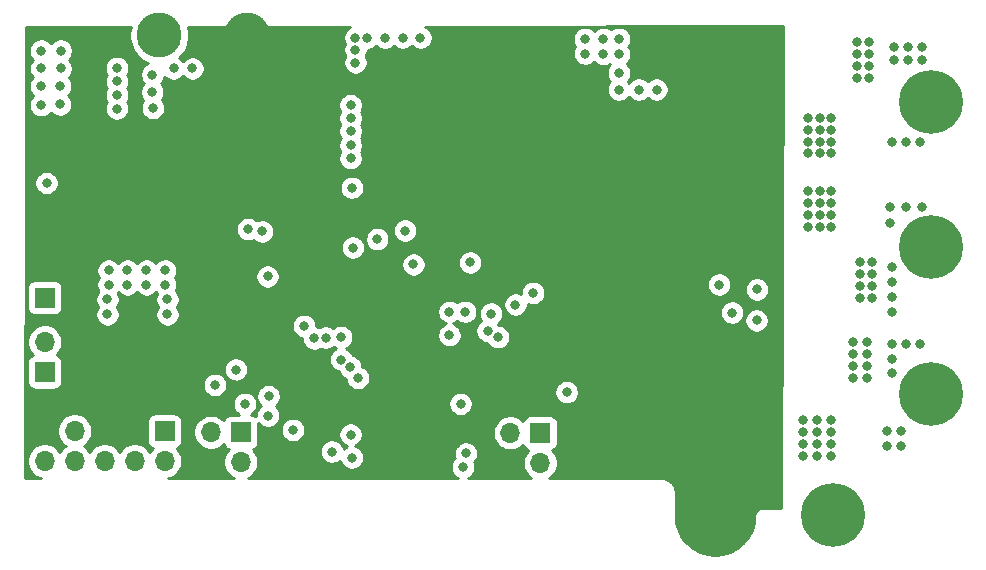
<source format=gbr>
%TF.GenerationSoftware,KiCad,Pcbnew,(5.1.6)-1*%
%TF.CreationDate,2021-03-31T23:30:28+02:00*%
%TF.ProjectId,DRIVER_8323_based,44524956-4552-45f3-9833-32335f626173,rev?*%
%TF.SameCoordinates,Original*%
%TF.FileFunction,Copper,L2,Inr*%
%TF.FilePolarity,Positive*%
%FSLAX46Y46*%
G04 Gerber Fmt 4.6, Leading zero omitted, Abs format (unit mm)*
G04 Created by KiCad (PCBNEW (5.1.6)-1) date 2021-03-31 23:30:28*
%MOMM*%
%LPD*%
G01*
G04 APERTURE LIST*
%TA.AperFunction,ViaPad*%
%ADD10O,1.700000X1.700000*%
%TD*%
%TA.AperFunction,ViaPad*%
%ADD11R,1.700000X1.700000*%
%TD*%
%TA.AperFunction,ViaPad*%
%ADD12C,3.800000*%
%TD*%
%TA.AperFunction,ViaPad*%
%ADD13C,5.400000*%
%TD*%
%TA.AperFunction,ViaPad*%
%ADD14C,0.500000*%
%TD*%
%TA.AperFunction,ViaPad*%
%ADD15C,0.800000*%
%TD*%
%TA.AperFunction,ViaPad*%
%ADD16C,1.500000*%
%TD*%
%TA.AperFunction,Conductor*%
%ADD17C,0.254000*%
%TD*%
G04 APERTURE END LIST*
D10*
%TO.N,GND*%
%TO.C,J6*%
X84000000Y-64260000D03*
D11*
%TO.N,+3V3*%
X84000000Y-66800000D03*
%TD*%
D10*
%TO.N,USART1_TX*%
%TO.C,J2*%
X84000000Y-70560000D03*
D11*
%TO.N,USART1_RX*%
X84000000Y-73100000D03*
%TD*%
D10*
%TO.N,NRST*%
%TO.C,J5*%
X83990000Y-80640000D03*
%TO.N,GND*%
X83990000Y-78100000D03*
%TO.N,Net-(J5-Pad8)*%
X86530000Y-80640000D03*
%TO.N,Net-(J5-Pad7)*%
X86530000Y-78100000D03*
%TO.N,SWO*%
X89070000Y-80640000D03*
%TO.N,GND*%
X89070000Y-78100000D03*
%TO.N,SWCLK*%
X91610000Y-80640000D03*
%TO.N,GND*%
X91610000Y-78100000D03*
%TO.N,SWDIO*%
X94150000Y-80640000D03*
D11*
%TO.N,+3V3*%
X94150000Y-78100000D03*
%TD*%
D10*
%TO.N,GND*%
%TO.C,J3*%
X98060000Y-80740000D03*
%TO.N,i2c1_SCL*%
X98060000Y-78200000D03*
%TO.N,+3V3*%
X100600000Y-80740000D03*
D11*
%TO.N,i2c1_SDA*%
X100600000Y-78200000D03*
%TD*%
D10*
%TO.N,GND*%
%TO.C,J1*%
X123410000Y-80800000D03*
%TO.N,encoder_1*%
X123410000Y-78260000D03*
%TO.N,+12V*%
X125950000Y-80800000D03*
D11*
%TO.N,encoder_2*%
X125950000Y-78260000D03*
%TD*%
D12*
%TO.N,GND*%
%TO.C,H7*%
X101100000Y-44600000D03*
%TD*%
%TO.N,+12V*%
%TO.C,H6*%
X93700000Y-44600000D03*
%TD*%
D13*
%TO.N,SHC*%
%TO.C,H5*%
X159000000Y-50250000D03*
%TD*%
%TO.N,SHB*%
%TO.C,H4*%
X159000000Y-62500000D03*
%TD*%
%TO.N,SHA*%
%TO.C,H3*%
X159000000Y-75000000D03*
%TD*%
%TO.N,GND*%
%TO.C,H2*%
X140700000Y-85200000D03*
%TD*%
%TO.N,+48V*%
%TO.C,H1*%
X150700000Y-85200000D03*
%TD*%
D14*
%TO.N,GND*%
%TO.C,U2*%
X130905000Y-65854216D03*
X130905000Y-66879216D03*
X130905000Y-67904216D03*
X129880000Y-65854216D03*
X129880000Y-66879216D03*
X129880000Y-67904216D03*
X128855000Y-65854216D03*
X128855000Y-66879216D03*
X128855000Y-67904216D03*
%TD*%
D15*
%TO.N,SHA*%
X153600000Y-72600000D03*
X153600000Y-71600000D03*
X153600000Y-70600000D03*
X153600000Y-73600000D03*
X152400000Y-70600000D03*
X152400000Y-71600000D03*
X152400000Y-72600000D03*
X152400000Y-73600000D03*
X158100000Y-70700000D03*
X156900000Y-70700000D03*
X155700000Y-70700000D03*
X155700000Y-72000000D03*
X155700000Y-73200000D03*
X156500000Y-78100000D03*
X155300000Y-78100000D03*
X155300000Y-79400000D03*
X156500000Y-79400000D03*
%TO.N,GND*%
X123800000Y-51000000D03*
X121800000Y-51100000D03*
X121800000Y-52500000D03*
X121800000Y-54100000D03*
X121800000Y-49300000D03*
X123800000Y-49300000D03*
X123800000Y-52500000D03*
X123800000Y-54100000D03*
X125800000Y-54100000D03*
X125800000Y-52500000D03*
X125800000Y-50900000D03*
X125900000Y-49300000D03*
X144400000Y-53200000D03*
X122244000Y-73652000D03*
X145500000Y-52200000D03*
X144400000Y-52200000D03*
X143300000Y-52200000D03*
X143300000Y-53200000D03*
X145500000Y-53200000D03*
X145400000Y-58600000D03*
X144300000Y-58600000D03*
X143200000Y-58600000D03*
X143200000Y-57500000D03*
X144300000Y-57500000D03*
X145400000Y-57500000D03*
X143100000Y-79150000D03*
X143100000Y-80150000D03*
X142000000Y-80150000D03*
X142000000Y-79150000D03*
X141000000Y-77450000D03*
X141000000Y-78450000D03*
X139900000Y-78450000D03*
X139900000Y-77450000D03*
X140024990Y-50900000D03*
X144200000Y-50700000D03*
X118800000Y-79200000D03*
X116400000Y-78000000D03*
X115200000Y-78000000D03*
X113200000Y-74000000D03*
X115000000Y-80200000D03*
X118600000Y-65400000D03*
X118600000Y-64200000D03*
X100950000Y-64950000D03*
X98650000Y-71950000D03*
X88550000Y-71050000D03*
X87250000Y-65350000D03*
X95000000Y-58450000D03*
D16*
X91200000Y-56600000D03*
D15*
X117700000Y-66500000D03*
X102450000Y-71850000D03*
X105550000Y-76850000D03*
X100100000Y-74180000D03*
X103020000Y-63300000D03*
X106650000Y-66070000D03*
X113030000Y-81280000D03*
X112200000Y-55000000D03*
X113700000Y-55000000D03*
X115200000Y-55000000D03*
X116700000Y-55000000D03*
X116700000Y-56500000D03*
X118200000Y-56500000D03*
X119000000Y-59300000D03*
X119000000Y-57800000D03*
X132200000Y-52500000D03*
X132200000Y-54100000D03*
X131000000Y-54100000D03*
X131000000Y-52500000D03*
X129800000Y-52500000D03*
X129800000Y-54100000D03*
X128500000Y-54100000D03*
X128500000Y-52500000D03*
X83600000Y-75700000D03*
X141500000Y-70200000D03*
X144200000Y-77500000D03*
X144200000Y-80150000D03*
X145300000Y-79150000D03*
X144200000Y-79150000D03*
X145300000Y-80150000D03*
X105600000Y-80500000D03*
X106900000Y-80550000D03*
X97400000Y-64000000D03*
X144350000Y-60350000D03*
X140600000Y-69354216D03*
X139900000Y-79500000D03*
X139900000Y-80500000D03*
X141000000Y-80500000D03*
X141000000Y-79500000D03*
X138600000Y-79400000D03*
X137500000Y-80400000D03*
X137500000Y-79400000D03*
X138600000Y-80400000D03*
%TO.N,+3V3*%
X105000000Y-78000000D03*
X94200000Y-64500000D03*
X92600000Y-64500000D03*
X91000000Y-64500000D03*
X89400000Y-64500000D03*
X94200000Y-65700000D03*
X92600000Y-65700000D03*
X91000000Y-65700000D03*
X89400000Y-65700000D03*
X89300000Y-68226000D03*
X94380000Y-68226000D03*
X119200000Y-75800000D03*
X115200000Y-64000000D03*
X100170000Y-72900000D03*
X102860000Y-65010000D03*
X94380000Y-66956000D03*
X89300000Y-66956000D03*
X120020000Y-63820000D03*
X108300000Y-79850000D03*
%TO.N,+48V*%
X129750000Y-44900000D03*
X129750000Y-46150000D03*
X150600000Y-77200000D03*
X150600000Y-77200000D03*
X150600000Y-78200000D03*
X150600000Y-79200000D03*
X150600000Y-80200000D03*
X149400000Y-80200000D03*
X148200000Y-80200000D03*
X148200000Y-79200000D03*
X148200000Y-78200000D03*
X148200000Y-77200000D03*
X149400000Y-78200000D03*
X149400000Y-79200000D03*
X148600000Y-57800000D03*
X149600000Y-57800000D03*
X150600000Y-57800000D03*
X150600000Y-58800000D03*
X149600000Y-58800000D03*
X148600000Y-58800000D03*
X148600000Y-59800000D03*
X149600000Y-59800000D03*
X150600000Y-59800000D03*
X150600000Y-51600000D03*
X149600000Y-51600000D03*
X148600000Y-51600000D03*
X148600000Y-52600000D03*
X149600000Y-52600000D03*
X150600000Y-52600000D03*
X150600000Y-53600000D03*
X149600000Y-53600000D03*
X148600000Y-53600000D03*
X148600000Y-60800000D03*
X150600000Y-60800000D03*
X150600000Y-54600000D03*
X149600000Y-54600000D03*
X148600000Y-54600000D03*
X115800000Y-44800000D03*
X114300000Y-44800000D03*
X112800000Y-44800000D03*
X111300000Y-44800000D03*
X110300000Y-46900000D03*
X110300000Y-45800000D03*
X110300000Y-44800000D03*
X132600000Y-44900000D03*
X131300000Y-44900000D03*
X131300000Y-46200000D03*
X132600000Y-46200000D03*
X132600000Y-47800000D03*
X132600000Y-49200000D03*
X134300000Y-49200000D03*
X135800000Y-49200000D03*
X149400000Y-77200000D03*
X149600000Y-60800000D03*
X128189000Y-74811000D03*
%TO.N,SHB*%
X154000000Y-64800000D03*
X154000000Y-63800000D03*
X153000000Y-63800000D03*
X153000000Y-66800000D03*
X154000000Y-66800000D03*
X154000000Y-65800000D03*
X153000000Y-65800000D03*
X141100000Y-65700000D03*
X153000000Y-64800000D03*
X142200000Y-68080000D03*
X155550000Y-59150000D03*
X156900000Y-59150000D03*
X155750000Y-65500000D03*
X155750000Y-66750000D03*
X155750000Y-68000000D03*
X158300000Y-59100000D03*
X155550000Y-60450000D03*
X155750000Y-64250000D03*
%TO.N,SPB*%
X144300000Y-66100000D03*
X144275000Y-68725000D03*
%TO.N,SHC*%
X153800000Y-46200000D03*
X152800000Y-45200000D03*
X152800000Y-46200000D03*
X153800000Y-45200000D03*
X153800000Y-48200000D03*
X152800000Y-47200000D03*
X152800000Y-48200000D03*
X153800000Y-47200000D03*
X155900000Y-45600000D03*
X157100000Y-45600000D03*
X158300000Y-45600000D03*
X155900000Y-46700000D03*
X158300000Y-46700000D03*
X157100000Y-46700000D03*
X155700000Y-53600000D03*
X156900000Y-53600000D03*
X158100000Y-53600000D03*
%TO.N,NRST*%
X105950000Y-69200000D03*
X98400000Y-74200000D03*
%TO.N,SWO*%
X109094309Y-72045068D03*
X102950000Y-75150000D03*
%TO.N,SWCLK*%
X109850000Y-72700000D03*
X100950000Y-75800000D03*
%TO.N,SWDIO*%
X110500000Y-73600000D03*
X102900000Y-76800000D03*
%TO.N,TIM1_CH3*%
X119600000Y-68000000D03*
X121800000Y-68150000D03*
%TO.N,TIM1_CH1*%
X118250000Y-69975000D03*
X118250000Y-68000000D03*
%TO.N,TIM1_CH2N*%
X121500000Y-69625000D03*
X123850000Y-67404216D03*
%TO.N,TIM1_CH1N*%
X125350000Y-66404216D03*
X122350799Y-70150493D03*
%TO.N,SOC*%
X114500000Y-61125000D03*
X109100000Y-70150000D03*
%TO.N,SOB*%
X107798055Y-70187622D03*
X112150000Y-61850000D03*
%TO.N,SOA*%
X106800000Y-70250000D03*
X110075000Y-62575000D03*
%TO.N,+12V*%
X84150000Y-57100000D03*
X109900000Y-50500000D03*
X109900000Y-51600000D03*
X109900000Y-52700000D03*
X109900000Y-53900000D03*
X109900000Y-55000000D03*
X96500000Y-47400000D03*
X94900000Y-47400000D03*
X93100000Y-47950000D03*
X90100000Y-47350000D03*
X90100000Y-49650000D03*
X83700000Y-45900000D03*
X83700000Y-47400000D03*
X83700000Y-48900000D03*
X83700000Y-50500000D03*
X93150000Y-50750000D03*
X90100000Y-50800000D03*
X93100000Y-49400000D03*
X90100000Y-48500000D03*
X85350000Y-45900000D03*
X85350000Y-47400000D03*
X85300000Y-48900000D03*
X85300000Y-50450000D03*
X110000000Y-57500000D03*
%TO.N,encoder_1*%
X119400000Y-81150000D03*
X110000000Y-80350000D03*
%TO.N,encoder_2*%
X119650000Y-80000000D03*
X109900000Y-78400000D03*
%TO.N,i2c1_SDA*%
X102400000Y-61200000D03*
%TO.N,i2c1_SCL*%
X101212653Y-61012653D03*
%TD*%
D17*
%TO.N,GND*%
G36*
X146294440Y-84590000D02*
G01*
X144717581Y-84590000D01*
X144620617Y-84599550D01*
X144496207Y-84637290D01*
X144381550Y-84698575D01*
X144281052Y-84781052D01*
X144198575Y-84881550D01*
X144137290Y-84996207D01*
X144099550Y-85120617D01*
X144086807Y-85250000D01*
X144086821Y-85250143D01*
X144023286Y-85898126D01*
X143835057Y-86521570D01*
X143529323Y-87096573D01*
X143117721Y-87601248D01*
X142615933Y-88016362D01*
X142043077Y-88326104D01*
X141420961Y-88518682D01*
X140761656Y-88587978D01*
X140101874Y-88523286D01*
X139478430Y-88335057D01*
X138903427Y-88029323D01*
X138398752Y-87617721D01*
X137983638Y-87115933D01*
X137673896Y-86543077D01*
X137481318Y-85920961D01*
X137410000Y-85242417D01*
X137410000Y-83217581D01*
X137407251Y-83189671D01*
X137407272Y-83186693D01*
X137406373Y-83177522D01*
X137401311Y-83129360D01*
X137400450Y-83120617D01*
X137400362Y-83120325D01*
X137396173Y-83080473D01*
X137384140Y-83021854D01*
X137372936Y-82963116D01*
X137370272Y-82954294D01*
X137341416Y-82861075D01*
X137318238Y-82805937D01*
X137295825Y-82750463D01*
X137291498Y-82742327D01*
X137245085Y-82656489D01*
X137211645Y-82606913D01*
X137178881Y-82556844D01*
X137173057Y-82549703D01*
X137110855Y-82474514D01*
X137068406Y-82432361D01*
X137026561Y-82389629D01*
X137019460Y-82383755D01*
X136943839Y-82322079D01*
X136894034Y-82288988D01*
X136844650Y-82255174D01*
X136836544Y-82250792D01*
X136750383Y-82204980D01*
X136695091Y-82182191D01*
X136640102Y-82158622D01*
X136631299Y-82155897D01*
X136537881Y-82127692D01*
X136479174Y-82116067D01*
X136420684Y-82103635D01*
X136411530Y-82102673D01*
X136411524Y-82102672D01*
X136411519Y-82102672D01*
X136314402Y-82093150D01*
X136282419Y-82090000D01*
X126692308Y-82090000D01*
X126896632Y-81953475D01*
X127103475Y-81746632D01*
X127265990Y-81503411D01*
X127377932Y-81233158D01*
X127435000Y-80946260D01*
X127435000Y-80653740D01*
X127377932Y-80366842D01*
X127265990Y-80096589D01*
X127103475Y-79853368D01*
X126971620Y-79721513D01*
X127044180Y-79699502D01*
X127154494Y-79640537D01*
X127251185Y-79561185D01*
X127330537Y-79464494D01*
X127389502Y-79354180D01*
X127425812Y-79234482D01*
X127438072Y-79110000D01*
X127438072Y-77410000D01*
X127425812Y-77285518D01*
X127389502Y-77165820D01*
X127330537Y-77055506D01*
X127251185Y-76958815D01*
X127154494Y-76879463D01*
X127044180Y-76820498D01*
X126924482Y-76784188D01*
X126800000Y-76771928D01*
X125100000Y-76771928D01*
X124975518Y-76784188D01*
X124855820Y-76820498D01*
X124745506Y-76879463D01*
X124648815Y-76958815D01*
X124569463Y-77055506D01*
X124510498Y-77165820D01*
X124488487Y-77238380D01*
X124356632Y-77106525D01*
X124113411Y-76944010D01*
X123843158Y-76832068D01*
X123556260Y-76775000D01*
X123263740Y-76775000D01*
X122976842Y-76832068D01*
X122706589Y-76944010D01*
X122463368Y-77106525D01*
X122256525Y-77313368D01*
X122094010Y-77556589D01*
X121982068Y-77826842D01*
X121925000Y-78113740D01*
X121925000Y-78406260D01*
X121982068Y-78693158D01*
X122094010Y-78963411D01*
X122256525Y-79206632D01*
X122463368Y-79413475D01*
X122706589Y-79575990D01*
X122976842Y-79687932D01*
X123263740Y-79745000D01*
X123556260Y-79745000D01*
X123843158Y-79687932D01*
X124113411Y-79575990D01*
X124356632Y-79413475D01*
X124488487Y-79281620D01*
X124510498Y-79354180D01*
X124569463Y-79464494D01*
X124648815Y-79561185D01*
X124745506Y-79640537D01*
X124855820Y-79699502D01*
X124928380Y-79721513D01*
X124796525Y-79853368D01*
X124634010Y-80096589D01*
X124522068Y-80366842D01*
X124465000Y-80653740D01*
X124465000Y-80946260D01*
X124522068Y-81233158D01*
X124634010Y-81503411D01*
X124796525Y-81746632D01*
X125003368Y-81953475D01*
X125207692Y-82090000D01*
X119835224Y-82090000D01*
X119890256Y-82067205D01*
X120059774Y-81953937D01*
X120203937Y-81809774D01*
X120317205Y-81640256D01*
X120395226Y-81451898D01*
X120435000Y-81251939D01*
X120435000Y-81048061D01*
X120395226Y-80848102D01*
X120357262Y-80756449D01*
X120453937Y-80659774D01*
X120567205Y-80490256D01*
X120645226Y-80301898D01*
X120685000Y-80101939D01*
X120685000Y-79898061D01*
X120645226Y-79698102D01*
X120567205Y-79509744D01*
X120453937Y-79340226D01*
X120309774Y-79196063D01*
X120140256Y-79082795D01*
X119951898Y-79004774D01*
X119751939Y-78965000D01*
X119548061Y-78965000D01*
X119348102Y-79004774D01*
X119159744Y-79082795D01*
X118990226Y-79196063D01*
X118846063Y-79340226D01*
X118732795Y-79509744D01*
X118654774Y-79698102D01*
X118615000Y-79898061D01*
X118615000Y-80101939D01*
X118654774Y-80301898D01*
X118692738Y-80393551D01*
X118596063Y-80490226D01*
X118482795Y-80659744D01*
X118404774Y-80848102D01*
X118365000Y-81048061D01*
X118365000Y-81251939D01*
X118404774Y-81451898D01*
X118482795Y-81640256D01*
X118596063Y-81809774D01*
X118740226Y-81953937D01*
X118909744Y-82067205D01*
X118964776Y-82090000D01*
X101221303Y-82090000D01*
X101303411Y-82055990D01*
X101546632Y-81893475D01*
X101753475Y-81686632D01*
X101915990Y-81443411D01*
X102027932Y-81173158D01*
X102085000Y-80886260D01*
X102085000Y-80593740D01*
X102027932Y-80306842D01*
X101915990Y-80036589D01*
X101753475Y-79793368D01*
X101708168Y-79748061D01*
X107265000Y-79748061D01*
X107265000Y-79951939D01*
X107304774Y-80151898D01*
X107382795Y-80340256D01*
X107496063Y-80509774D01*
X107640226Y-80653937D01*
X107809744Y-80767205D01*
X107998102Y-80845226D01*
X108198061Y-80885000D01*
X108401939Y-80885000D01*
X108601898Y-80845226D01*
X108790256Y-80767205D01*
X108959774Y-80653937D01*
X108997646Y-80616065D01*
X109004774Y-80651898D01*
X109082795Y-80840256D01*
X109196063Y-81009774D01*
X109340226Y-81153937D01*
X109509744Y-81267205D01*
X109698102Y-81345226D01*
X109898061Y-81385000D01*
X110101939Y-81385000D01*
X110301898Y-81345226D01*
X110490256Y-81267205D01*
X110659774Y-81153937D01*
X110803937Y-81009774D01*
X110917205Y-80840256D01*
X110995226Y-80651898D01*
X111035000Y-80451939D01*
X111035000Y-80248061D01*
X110995226Y-80048102D01*
X110917205Y-79859744D01*
X110803937Y-79690226D01*
X110659774Y-79546063D01*
X110490256Y-79432795D01*
X110301898Y-79354774D01*
X110300317Y-79354459D01*
X110390256Y-79317205D01*
X110559774Y-79203937D01*
X110703937Y-79059774D01*
X110817205Y-78890256D01*
X110895226Y-78701898D01*
X110935000Y-78501939D01*
X110935000Y-78298061D01*
X110895226Y-78098102D01*
X110817205Y-77909744D01*
X110703937Y-77740226D01*
X110559774Y-77596063D01*
X110390256Y-77482795D01*
X110201898Y-77404774D01*
X110001939Y-77365000D01*
X109798061Y-77365000D01*
X109598102Y-77404774D01*
X109409744Y-77482795D01*
X109240226Y-77596063D01*
X109096063Y-77740226D01*
X108982795Y-77909744D01*
X108904774Y-78098102D01*
X108865000Y-78298061D01*
X108865000Y-78501939D01*
X108904774Y-78701898D01*
X108982795Y-78890256D01*
X109096063Y-79059774D01*
X109240226Y-79203937D01*
X109409744Y-79317205D01*
X109598102Y-79395226D01*
X109599683Y-79395541D01*
X109509744Y-79432795D01*
X109340226Y-79546063D01*
X109302354Y-79583935D01*
X109295226Y-79548102D01*
X109217205Y-79359744D01*
X109103937Y-79190226D01*
X108959774Y-79046063D01*
X108790256Y-78932795D01*
X108601898Y-78854774D01*
X108401939Y-78815000D01*
X108198061Y-78815000D01*
X107998102Y-78854774D01*
X107809744Y-78932795D01*
X107640226Y-79046063D01*
X107496063Y-79190226D01*
X107382795Y-79359744D01*
X107304774Y-79548102D01*
X107265000Y-79748061D01*
X101708168Y-79748061D01*
X101621620Y-79661513D01*
X101694180Y-79639502D01*
X101804494Y-79580537D01*
X101901185Y-79501185D01*
X101980537Y-79404494D01*
X102039502Y-79294180D01*
X102075812Y-79174482D01*
X102088072Y-79050000D01*
X102088072Y-77898061D01*
X103965000Y-77898061D01*
X103965000Y-78101939D01*
X104004774Y-78301898D01*
X104082795Y-78490256D01*
X104196063Y-78659774D01*
X104340226Y-78803937D01*
X104509744Y-78917205D01*
X104698102Y-78995226D01*
X104898061Y-79035000D01*
X105101939Y-79035000D01*
X105301898Y-78995226D01*
X105490256Y-78917205D01*
X105659774Y-78803937D01*
X105803937Y-78659774D01*
X105917205Y-78490256D01*
X105995226Y-78301898D01*
X106035000Y-78101939D01*
X106035000Y-77898061D01*
X105995226Y-77698102D01*
X105917205Y-77509744D01*
X105803937Y-77340226D01*
X105659774Y-77196063D01*
X105490256Y-77082795D01*
X105301898Y-77004774D01*
X105101939Y-76965000D01*
X104898061Y-76965000D01*
X104698102Y-77004774D01*
X104509744Y-77082795D01*
X104340226Y-77196063D01*
X104196063Y-77340226D01*
X104082795Y-77509744D01*
X104004774Y-77698102D01*
X103965000Y-77898061D01*
X102088072Y-77898061D01*
X102088072Y-77447815D01*
X102096063Y-77459774D01*
X102240226Y-77603937D01*
X102409744Y-77717205D01*
X102598102Y-77795226D01*
X102798061Y-77835000D01*
X103001939Y-77835000D01*
X103201898Y-77795226D01*
X103390256Y-77717205D01*
X103559774Y-77603937D01*
X103703937Y-77459774D01*
X103817205Y-77290256D01*
X103895226Y-77101898D01*
X103935000Y-76901939D01*
X103935000Y-76698061D01*
X103895226Y-76498102D01*
X103817205Y-76309744D01*
X103703937Y-76140226D01*
X103559774Y-75996063D01*
X103553251Y-75991704D01*
X103609774Y-75953937D01*
X103753937Y-75809774D01*
X103828581Y-75698061D01*
X118165000Y-75698061D01*
X118165000Y-75901939D01*
X118204774Y-76101898D01*
X118282795Y-76290256D01*
X118396063Y-76459774D01*
X118540226Y-76603937D01*
X118709744Y-76717205D01*
X118898102Y-76795226D01*
X119098061Y-76835000D01*
X119301939Y-76835000D01*
X119501898Y-76795226D01*
X119690256Y-76717205D01*
X119859774Y-76603937D01*
X120003937Y-76459774D01*
X120117205Y-76290256D01*
X120195226Y-76101898D01*
X120235000Y-75901939D01*
X120235000Y-75698061D01*
X120195226Y-75498102D01*
X120117205Y-75309744D01*
X120003937Y-75140226D01*
X119859774Y-74996063D01*
X119690256Y-74882795D01*
X119501898Y-74804774D01*
X119301939Y-74765000D01*
X119098061Y-74765000D01*
X118898102Y-74804774D01*
X118709744Y-74882795D01*
X118540226Y-74996063D01*
X118396063Y-75140226D01*
X118282795Y-75309744D01*
X118204774Y-75498102D01*
X118165000Y-75698061D01*
X103828581Y-75698061D01*
X103867205Y-75640256D01*
X103945226Y-75451898D01*
X103985000Y-75251939D01*
X103985000Y-75048061D01*
X103945226Y-74848102D01*
X103887633Y-74709061D01*
X127154000Y-74709061D01*
X127154000Y-74912939D01*
X127193774Y-75112898D01*
X127271795Y-75301256D01*
X127385063Y-75470774D01*
X127529226Y-75614937D01*
X127698744Y-75728205D01*
X127887102Y-75806226D01*
X128087061Y-75846000D01*
X128290939Y-75846000D01*
X128490898Y-75806226D01*
X128679256Y-75728205D01*
X128848774Y-75614937D01*
X128992937Y-75470774D01*
X129106205Y-75301256D01*
X129184226Y-75112898D01*
X129224000Y-74912939D01*
X129224000Y-74709061D01*
X129184226Y-74509102D01*
X129106205Y-74320744D01*
X128992937Y-74151226D01*
X128848774Y-74007063D01*
X128679256Y-73893795D01*
X128490898Y-73815774D01*
X128290939Y-73776000D01*
X128087061Y-73776000D01*
X127887102Y-73815774D01*
X127698744Y-73893795D01*
X127529226Y-74007063D01*
X127385063Y-74151226D01*
X127271795Y-74320744D01*
X127193774Y-74509102D01*
X127154000Y-74709061D01*
X103887633Y-74709061D01*
X103867205Y-74659744D01*
X103753937Y-74490226D01*
X103609774Y-74346063D01*
X103440256Y-74232795D01*
X103251898Y-74154774D01*
X103051939Y-74115000D01*
X102848061Y-74115000D01*
X102648102Y-74154774D01*
X102459744Y-74232795D01*
X102290226Y-74346063D01*
X102146063Y-74490226D01*
X102032795Y-74659744D01*
X101954774Y-74848102D01*
X101915000Y-75048061D01*
X101915000Y-75251939D01*
X101954774Y-75451898D01*
X102032795Y-75640256D01*
X102146063Y-75809774D01*
X102290226Y-75953937D01*
X102296749Y-75958296D01*
X102240226Y-75996063D01*
X102096063Y-76140226D01*
X101982795Y-76309744D01*
X101904774Y-76498102D01*
X101865000Y-76698061D01*
X101865000Y-76869119D01*
X101804494Y-76819463D01*
X101694180Y-76760498D01*
X101574482Y-76724188D01*
X101450000Y-76711928D01*
X101448154Y-76711928D01*
X101609774Y-76603937D01*
X101753937Y-76459774D01*
X101867205Y-76290256D01*
X101945226Y-76101898D01*
X101985000Y-75901939D01*
X101985000Y-75698061D01*
X101945226Y-75498102D01*
X101867205Y-75309744D01*
X101753937Y-75140226D01*
X101609774Y-74996063D01*
X101440256Y-74882795D01*
X101251898Y-74804774D01*
X101051939Y-74765000D01*
X100848061Y-74765000D01*
X100648102Y-74804774D01*
X100459744Y-74882795D01*
X100290226Y-74996063D01*
X100146063Y-75140226D01*
X100032795Y-75309744D01*
X99954774Y-75498102D01*
X99915000Y-75698061D01*
X99915000Y-75901939D01*
X99954774Y-76101898D01*
X100032795Y-76290256D01*
X100146063Y-76459774D01*
X100290226Y-76603937D01*
X100451846Y-76711928D01*
X99750000Y-76711928D01*
X99625518Y-76724188D01*
X99505820Y-76760498D01*
X99395506Y-76819463D01*
X99298815Y-76898815D01*
X99219463Y-76995506D01*
X99160498Y-77105820D01*
X99138487Y-77178380D01*
X99006632Y-77046525D01*
X98763411Y-76884010D01*
X98493158Y-76772068D01*
X98206260Y-76715000D01*
X97913740Y-76715000D01*
X97626842Y-76772068D01*
X97356589Y-76884010D01*
X97113368Y-77046525D01*
X96906525Y-77253368D01*
X96744010Y-77496589D01*
X96632068Y-77766842D01*
X96575000Y-78053740D01*
X96575000Y-78346260D01*
X96632068Y-78633158D01*
X96744010Y-78903411D01*
X96906525Y-79146632D01*
X97113368Y-79353475D01*
X97356589Y-79515990D01*
X97626842Y-79627932D01*
X97913740Y-79685000D01*
X98206260Y-79685000D01*
X98493158Y-79627932D01*
X98763411Y-79515990D01*
X99006632Y-79353475D01*
X99138487Y-79221620D01*
X99160498Y-79294180D01*
X99219463Y-79404494D01*
X99298815Y-79501185D01*
X99395506Y-79580537D01*
X99505820Y-79639502D01*
X99578380Y-79661513D01*
X99446525Y-79793368D01*
X99284010Y-80036589D01*
X99172068Y-80306842D01*
X99115000Y-80593740D01*
X99115000Y-80886260D01*
X99172068Y-81173158D01*
X99284010Y-81443411D01*
X99446525Y-81686632D01*
X99653368Y-81893475D01*
X99896589Y-82055990D01*
X99978697Y-82090000D01*
X94472216Y-82090000D01*
X94583158Y-82067932D01*
X94853411Y-81955990D01*
X95096632Y-81793475D01*
X95303475Y-81586632D01*
X95465990Y-81343411D01*
X95577932Y-81073158D01*
X95635000Y-80786260D01*
X95635000Y-80493740D01*
X95577932Y-80206842D01*
X95465990Y-79936589D01*
X95303475Y-79693368D01*
X95171620Y-79561513D01*
X95244180Y-79539502D01*
X95354494Y-79480537D01*
X95451185Y-79401185D01*
X95530537Y-79304494D01*
X95589502Y-79194180D01*
X95625812Y-79074482D01*
X95638072Y-78950000D01*
X95638072Y-77250000D01*
X95625812Y-77125518D01*
X95589502Y-77005820D01*
X95530537Y-76895506D01*
X95451185Y-76798815D01*
X95354494Y-76719463D01*
X95244180Y-76660498D01*
X95124482Y-76624188D01*
X95000000Y-76611928D01*
X93300000Y-76611928D01*
X93175518Y-76624188D01*
X93055820Y-76660498D01*
X92945506Y-76719463D01*
X92848815Y-76798815D01*
X92769463Y-76895506D01*
X92710498Y-77005820D01*
X92674188Y-77125518D01*
X92661928Y-77250000D01*
X92661928Y-78950000D01*
X92674188Y-79074482D01*
X92710498Y-79194180D01*
X92769463Y-79304494D01*
X92848815Y-79401185D01*
X92945506Y-79480537D01*
X93055820Y-79539502D01*
X93128380Y-79561513D01*
X92996525Y-79693368D01*
X92880000Y-79867760D01*
X92763475Y-79693368D01*
X92556632Y-79486525D01*
X92313411Y-79324010D01*
X92043158Y-79212068D01*
X91756260Y-79155000D01*
X91463740Y-79155000D01*
X91176842Y-79212068D01*
X90906589Y-79324010D01*
X90663368Y-79486525D01*
X90456525Y-79693368D01*
X90340000Y-79867760D01*
X90223475Y-79693368D01*
X90016632Y-79486525D01*
X89773411Y-79324010D01*
X89503158Y-79212068D01*
X89216260Y-79155000D01*
X88923740Y-79155000D01*
X88636842Y-79212068D01*
X88366589Y-79324010D01*
X88123368Y-79486525D01*
X87916525Y-79693368D01*
X87800000Y-79867760D01*
X87683475Y-79693368D01*
X87476632Y-79486525D01*
X87302240Y-79370000D01*
X87476632Y-79253475D01*
X87683475Y-79046632D01*
X87845990Y-78803411D01*
X87957932Y-78533158D01*
X88015000Y-78246260D01*
X88015000Y-77953740D01*
X87957932Y-77666842D01*
X87845990Y-77396589D01*
X87683475Y-77153368D01*
X87476632Y-76946525D01*
X87233411Y-76784010D01*
X86963158Y-76672068D01*
X86676260Y-76615000D01*
X86383740Y-76615000D01*
X86096842Y-76672068D01*
X85826589Y-76784010D01*
X85583368Y-76946525D01*
X85376525Y-77153368D01*
X85214010Y-77396589D01*
X85102068Y-77666842D01*
X85045000Y-77953740D01*
X85045000Y-78246260D01*
X85102068Y-78533158D01*
X85214010Y-78803411D01*
X85376525Y-79046632D01*
X85583368Y-79253475D01*
X85757760Y-79370000D01*
X85583368Y-79486525D01*
X85376525Y-79693368D01*
X85260000Y-79867760D01*
X85143475Y-79693368D01*
X84936632Y-79486525D01*
X84693411Y-79324010D01*
X84423158Y-79212068D01*
X84136260Y-79155000D01*
X83843740Y-79155000D01*
X83556842Y-79212068D01*
X83286589Y-79324010D01*
X83043368Y-79486525D01*
X82836525Y-79693368D01*
X82674010Y-79936589D01*
X82562068Y-80206842D01*
X82505000Y-80493740D01*
X82505000Y-80786260D01*
X82562068Y-81073158D01*
X82674010Y-81343411D01*
X82836525Y-81586632D01*
X83043368Y-81793475D01*
X83286589Y-81955990D01*
X83556842Y-82067932D01*
X83667784Y-82090000D01*
X82322891Y-82090000D01*
X82349610Y-72250000D01*
X82511928Y-72250000D01*
X82511928Y-73950000D01*
X82524188Y-74074482D01*
X82560498Y-74194180D01*
X82619463Y-74304494D01*
X82698815Y-74401185D01*
X82795506Y-74480537D01*
X82905820Y-74539502D01*
X83025518Y-74575812D01*
X83150000Y-74588072D01*
X84850000Y-74588072D01*
X84974482Y-74575812D01*
X85094180Y-74539502D01*
X85204494Y-74480537D01*
X85301185Y-74401185D01*
X85380537Y-74304494D01*
X85439502Y-74194180D01*
X85468659Y-74098061D01*
X97365000Y-74098061D01*
X97365000Y-74301939D01*
X97404774Y-74501898D01*
X97482795Y-74690256D01*
X97596063Y-74859774D01*
X97740226Y-75003937D01*
X97909744Y-75117205D01*
X98098102Y-75195226D01*
X98298061Y-75235000D01*
X98501939Y-75235000D01*
X98701898Y-75195226D01*
X98890256Y-75117205D01*
X99059774Y-75003937D01*
X99203937Y-74859774D01*
X99317205Y-74690256D01*
X99395226Y-74501898D01*
X99435000Y-74301939D01*
X99435000Y-74098061D01*
X99395226Y-73898102D01*
X99317205Y-73709744D01*
X99203937Y-73540226D01*
X99059774Y-73396063D01*
X98890256Y-73282795D01*
X98701898Y-73204774D01*
X98501939Y-73165000D01*
X98298061Y-73165000D01*
X98098102Y-73204774D01*
X97909744Y-73282795D01*
X97740226Y-73396063D01*
X97596063Y-73540226D01*
X97482795Y-73709744D01*
X97404774Y-73898102D01*
X97365000Y-74098061D01*
X85468659Y-74098061D01*
X85475812Y-74074482D01*
X85488072Y-73950000D01*
X85488072Y-72798061D01*
X99135000Y-72798061D01*
X99135000Y-73001939D01*
X99174774Y-73201898D01*
X99252795Y-73390256D01*
X99366063Y-73559774D01*
X99510226Y-73703937D01*
X99679744Y-73817205D01*
X99868102Y-73895226D01*
X100068061Y-73935000D01*
X100271939Y-73935000D01*
X100471898Y-73895226D01*
X100660256Y-73817205D01*
X100829774Y-73703937D01*
X100973937Y-73559774D01*
X101087205Y-73390256D01*
X101165226Y-73201898D01*
X101205000Y-73001939D01*
X101205000Y-72798061D01*
X101165226Y-72598102D01*
X101087205Y-72409744D01*
X100973937Y-72240226D01*
X100829774Y-72096063D01*
X100660256Y-71982795D01*
X100471898Y-71904774D01*
X100271939Y-71865000D01*
X100068061Y-71865000D01*
X99868102Y-71904774D01*
X99679744Y-71982795D01*
X99510226Y-72096063D01*
X99366063Y-72240226D01*
X99252795Y-72409744D01*
X99174774Y-72598102D01*
X99135000Y-72798061D01*
X85488072Y-72798061D01*
X85488072Y-72250000D01*
X85475812Y-72125518D01*
X85439502Y-72005820D01*
X85380537Y-71895506D01*
X85301185Y-71798815D01*
X85204494Y-71719463D01*
X85094180Y-71660498D01*
X85021620Y-71638487D01*
X85153475Y-71506632D01*
X85315990Y-71263411D01*
X85427932Y-70993158D01*
X85485000Y-70706260D01*
X85485000Y-70413740D01*
X85427932Y-70126842D01*
X85315990Y-69856589D01*
X85153475Y-69613368D01*
X84946632Y-69406525D01*
X84703411Y-69244010D01*
X84433158Y-69132068D01*
X84146260Y-69075000D01*
X83853740Y-69075000D01*
X83566842Y-69132068D01*
X83296589Y-69244010D01*
X83053368Y-69406525D01*
X82846525Y-69613368D01*
X82684010Y-69856589D01*
X82572068Y-70126842D01*
X82515000Y-70413740D01*
X82515000Y-70706260D01*
X82572068Y-70993158D01*
X82684010Y-71263411D01*
X82846525Y-71506632D01*
X82978380Y-71638487D01*
X82905820Y-71660498D01*
X82795506Y-71719463D01*
X82698815Y-71798815D01*
X82619463Y-71895506D01*
X82560498Y-72005820D01*
X82524188Y-72125518D01*
X82511928Y-72250000D01*
X82349610Y-72250000D01*
X82366717Y-65950000D01*
X82511928Y-65950000D01*
X82511928Y-67650000D01*
X82524188Y-67774482D01*
X82560498Y-67894180D01*
X82619463Y-68004494D01*
X82698815Y-68101185D01*
X82795506Y-68180537D01*
X82905820Y-68239502D01*
X83025518Y-68275812D01*
X83150000Y-68288072D01*
X84850000Y-68288072D01*
X84974482Y-68275812D01*
X85094180Y-68239502D01*
X85204494Y-68180537D01*
X85301185Y-68101185D01*
X85380537Y-68004494D01*
X85439502Y-67894180D01*
X85475812Y-67774482D01*
X85488072Y-67650000D01*
X85488072Y-66854061D01*
X88265000Y-66854061D01*
X88265000Y-67057939D01*
X88304774Y-67257898D01*
X88382795Y-67446256D01*
X88479510Y-67591000D01*
X88382795Y-67735744D01*
X88304774Y-67924102D01*
X88265000Y-68124061D01*
X88265000Y-68327939D01*
X88304774Y-68527898D01*
X88382795Y-68716256D01*
X88496063Y-68885774D01*
X88640226Y-69029937D01*
X88809744Y-69143205D01*
X88998102Y-69221226D01*
X89198061Y-69261000D01*
X89401939Y-69261000D01*
X89601898Y-69221226D01*
X89790256Y-69143205D01*
X89959774Y-69029937D01*
X90103937Y-68885774D01*
X90217205Y-68716256D01*
X90295226Y-68527898D01*
X90335000Y-68327939D01*
X90335000Y-68124061D01*
X90295226Y-67924102D01*
X90217205Y-67735744D01*
X90120490Y-67591000D01*
X90217205Y-67446256D01*
X90295226Y-67257898D01*
X90335000Y-67057939D01*
X90335000Y-66854061D01*
X90295226Y-66654102D01*
X90217205Y-66465744D01*
X90169445Y-66394266D01*
X90200000Y-66363711D01*
X90340226Y-66503937D01*
X90509744Y-66617205D01*
X90698102Y-66695226D01*
X90898061Y-66735000D01*
X91101939Y-66735000D01*
X91301898Y-66695226D01*
X91490256Y-66617205D01*
X91659774Y-66503937D01*
X91800000Y-66363711D01*
X91940226Y-66503937D01*
X92109744Y-66617205D01*
X92298102Y-66695226D01*
X92498061Y-66735000D01*
X92701939Y-66735000D01*
X92901898Y-66695226D01*
X93090256Y-66617205D01*
X93259774Y-66503937D01*
X93400000Y-66363711D01*
X93478512Y-66442223D01*
X93462795Y-66465744D01*
X93384774Y-66654102D01*
X93345000Y-66854061D01*
X93345000Y-67057939D01*
X93384774Y-67257898D01*
X93462795Y-67446256D01*
X93559510Y-67591000D01*
X93462795Y-67735744D01*
X93384774Y-67924102D01*
X93345000Y-68124061D01*
X93345000Y-68327939D01*
X93384774Y-68527898D01*
X93462795Y-68716256D01*
X93576063Y-68885774D01*
X93720226Y-69029937D01*
X93889744Y-69143205D01*
X94078102Y-69221226D01*
X94278061Y-69261000D01*
X94481939Y-69261000D01*
X94681898Y-69221226D01*
X94870256Y-69143205D01*
X94937818Y-69098061D01*
X104915000Y-69098061D01*
X104915000Y-69301939D01*
X104954774Y-69501898D01*
X105032795Y-69690256D01*
X105146063Y-69859774D01*
X105290226Y-70003937D01*
X105459744Y-70117205D01*
X105648102Y-70195226D01*
X105765000Y-70218478D01*
X105765000Y-70351939D01*
X105804774Y-70551898D01*
X105882795Y-70740256D01*
X105996063Y-70909774D01*
X106140226Y-71053937D01*
X106309744Y-71167205D01*
X106498102Y-71245226D01*
X106698061Y-71285000D01*
X106901939Y-71285000D01*
X107101898Y-71245226D01*
X107290256Y-71167205D01*
X107354599Y-71124212D01*
X107496157Y-71182848D01*
X107696116Y-71222622D01*
X107899994Y-71222622D01*
X108099953Y-71182848D01*
X108288311Y-71104827D01*
X108457829Y-70991559D01*
X108473331Y-70976057D01*
X108609744Y-71067205D01*
X108680119Y-71096355D01*
X108604053Y-71127863D01*
X108434535Y-71241131D01*
X108290372Y-71385294D01*
X108177104Y-71554812D01*
X108099083Y-71743170D01*
X108059309Y-71943129D01*
X108059309Y-72147007D01*
X108099083Y-72346966D01*
X108177104Y-72535324D01*
X108290372Y-72704842D01*
X108434535Y-72849005D01*
X108604053Y-72962273D01*
X108792411Y-73040294D01*
X108877706Y-73057260D01*
X108932795Y-73190256D01*
X109046063Y-73359774D01*
X109190226Y-73503937D01*
X109359744Y-73617205D01*
X109465000Y-73660804D01*
X109465000Y-73701939D01*
X109504774Y-73901898D01*
X109582795Y-74090256D01*
X109696063Y-74259774D01*
X109840226Y-74403937D01*
X110009744Y-74517205D01*
X110198102Y-74595226D01*
X110398061Y-74635000D01*
X110601939Y-74635000D01*
X110801898Y-74595226D01*
X110990256Y-74517205D01*
X111159774Y-74403937D01*
X111303937Y-74259774D01*
X111417205Y-74090256D01*
X111495226Y-73901898D01*
X111535000Y-73701939D01*
X111535000Y-73498061D01*
X111495226Y-73298102D01*
X111417205Y-73109744D01*
X111303937Y-72940226D01*
X111159774Y-72796063D01*
X110990256Y-72682795D01*
X110885000Y-72639196D01*
X110885000Y-72598061D01*
X110845226Y-72398102D01*
X110767205Y-72209744D01*
X110653937Y-72040226D01*
X110509774Y-71896063D01*
X110340256Y-71782795D01*
X110151898Y-71704774D01*
X110066603Y-71687808D01*
X110011514Y-71554812D01*
X109898246Y-71385294D01*
X109754083Y-71241131D01*
X109584565Y-71127863D01*
X109514190Y-71098713D01*
X109590256Y-71067205D01*
X109759774Y-70953937D01*
X109903937Y-70809774D01*
X110017205Y-70640256D01*
X110095226Y-70451898D01*
X110135000Y-70251939D01*
X110135000Y-70048061D01*
X110095226Y-69848102D01*
X110017205Y-69659744D01*
X109903937Y-69490226D01*
X109759774Y-69346063D01*
X109590256Y-69232795D01*
X109401898Y-69154774D01*
X109201939Y-69115000D01*
X108998061Y-69115000D01*
X108798102Y-69154774D01*
X108609744Y-69232795D01*
X108440226Y-69346063D01*
X108424724Y-69361565D01*
X108288311Y-69270417D01*
X108099953Y-69192396D01*
X107899994Y-69152622D01*
X107696116Y-69152622D01*
X107496157Y-69192396D01*
X107307799Y-69270417D01*
X107243456Y-69313410D01*
X107101898Y-69254774D01*
X106985000Y-69231522D01*
X106985000Y-69098061D01*
X106945226Y-68898102D01*
X106867205Y-68709744D01*
X106753937Y-68540226D01*
X106609774Y-68396063D01*
X106440256Y-68282795D01*
X106251898Y-68204774D01*
X106051939Y-68165000D01*
X105848061Y-68165000D01*
X105648102Y-68204774D01*
X105459744Y-68282795D01*
X105290226Y-68396063D01*
X105146063Y-68540226D01*
X105032795Y-68709744D01*
X104954774Y-68898102D01*
X104915000Y-69098061D01*
X94937818Y-69098061D01*
X95039774Y-69029937D01*
X95183937Y-68885774D01*
X95297205Y-68716256D01*
X95375226Y-68527898D01*
X95415000Y-68327939D01*
X95415000Y-68124061D01*
X95375226Y-67924102D01*
X95364440Y-67898061D01*
X117215000Y-67898061D01*
X117215000Y-68101939D01*
X117254774Y-68301898D01*
X117332795Y-68490256D01*
X117446063Y-68659774D01*
X117590226Y-68803937D01*
X117759744Y-68917205D01*
X117929450Y-68987500D01*
X117759744Y-69057795D01*
X117590226Y-69171063D01*
X117446063Y-69315226D01*
X117332795Y-69484744D01*
X117254774Y-69673102D01*
X117215000Y-69873061D01*
X117215000Y-70076939D01*
X117254774Y-70276898D01*
X117332795Y-70465256D01*
X117446063Y-70634774D01*
X117590226Y-70778937D01*
X117759744Y-70892205D01*
X117948102Y-70970226D01*
X118148061Y-71010000D01*
X118351939Y-71010000D01*
X118551898Y-70970226D01*
X118740256Y-70892205D01*
X118909774Y-70778937D01*
X119053937Y-70634774D01*
X119167205Y-70465256D01*
X119245226Y-70276898D01*
X119285000Y-70076939D01*
X119285000Y-69873061D01*
X119245226Y-69673102D01*
X119183077Y-69523061D01*
X120465000Y-69523061D01*
X120465000Y-69726939D01*
X120504774Y-69926898D01*
X120582795Y-70115256D01*
X120696063Y-70284774D01*
X120840226Y-70428937D01*
X121009744Y-70542205D01*
X121198102Y-70620226D01*
X121398061Y-70660000D01*
X121446457Y-70660000D01*
X121546862Y-70810267D01*
X121691025Y-70954430D01*
X121860543Y-71067698D01*
X122048901Y-71145719D01*
X122248860Y-71185493D01*
X122452738Y-71185493D01*
X122652697Y-71145719D01*
X122841055Y-71067698D01*
X123010573Y-70954430D01*
X123154736Y-70810267D01*
X123268004Y-70640749D01*
X123346025Y-70452391D01*
X123385799Y-70252432D01*
X123385799Y-70048554D01*
X123346025Y-69848595D01*
X123268004Y-69660237D01*
X123154736Y-69490719D01*
X123010573Y-69346556D01*
X122841055Y-69233288D01*
X122652697Y-69155267D01*
X122452738Y-69115493D01*
X122404342Y-69115493D01*
X122346822Y-69029409D01*
X122459774Y-68953937D01*
X122603937Y-68809774D01*
X122717205Y-68640256D01*
X122795226Y-68451898D01*
X122835000Y-68251939D01*
X122835000Y-68048061D01*
X122795226Y-67848102D01*
X122717205Y-67659744D01*
X122603937Y-67490226D01*
X122459774Y-67346063D01*
X122394244Y-67302277D01*
X122815000Y-67302277D01*
X122815000Y-67506155D01*
X122854774Y-67706114D01*
X122932795Y-67894472D01*
X123046063Y-68063990D01*
X123190226Y-68208153D01*
X123359744Y-68321421D01*
X123548102Y-68399442D01*
X123748061Y-68439216D01*
X123951939Y-68439216D01*
X124151898Y-68399442D01*
X124340256Y-68321421D01*
X124509774Y-68208153D01*
X124653937Y-68063990D01*
X124711352Y-67978061D01*
X141165000Y-67978061D01*
X141165000Y-68181939D01*
X141204774Y-68381898D01*
X141282795Y-68570256D01*
X141396063Y-68739774D01*
X141540226Y-68883937D01*
X141709744Y-68997205D01*
X141898102Y-69075226D01*
X142098061Y-69115000D01*
X142301939Y-69115000D01*
X142501898Y-69075226D01*
X142690256Y-68997205D01*
X142859774Y-68883937D01*
X143003937Y-68739774D01*
X143081921Y-68623061D01*
X143240000Y-68623061D01*
X143240000Y-68826939D01*
X143279774Y-69026898D01*
X143357795Y-69215256D01*
X143471063Y-69384774D01*
X143615226Y-69528937D01*
X143784744Y-69642205D01*
X143973102Y-69720226D01*
X144173061Y-69760000D01*
X144376939Y-69760000D01*
X144576898Y-69720226D01*
X144765256Y-69642205D01*
X144934774Y-69528937D01*
X145078937Y-69384774D01*
X145192205Y-69215256D01*
X145270226Y-69026898D01*
X145310000Y-68826939D01*
X145310000Y-68623061D01*
X145270226Y-68423102D01*
X145192205Y-68234744D01*
X145078937Y-68065226D01*
X144934774Y-67921063D01*
X144765256Y-67807795D01*
X144576898Y-67729774D01*
X144376939Y-67690000D01*
X144173061Y-67690000D01*
X143973102Y-67729774D01*
X143784744Y-67807795D01*
X143615226Y-67921063D01*
X143471063Y-68065226D01*
X143357795Y-68234744D01*
X143279774Y-68423102D01*
X143240000Y-68623061D01*
X143081921Y-68623061D01*
X143117205Y-68570256D01*
X143195226Y-68381898D01*
X143235000Y-68181939D01*
X143235000Y-67978061D01*
X143195226Y-67778102D01*
X143117205Y-67589744D01*
X143003937Y-67420226D01*
X142859774Y-67276063D01*
X142690256Y-67162795D01*
X142501898Y-67084774D01*
X142301939Y-67045000D01*
X142098061Y-67045000D01*
X141898102Y-67084774D01*
X141709744Y-67162795D01*
X141540226Y-67276063D01*
X141396063Y-67420226D01*
X141282795Y-67589744D01*
X141204774Y-67778102D01*
X141165000Y-67978061D01*
X124711352Y-67978061D01*
X124767205Y-67894472D01*
X124845226Y-67706114D01*
X124885000Y-67506155D01*
X124885000Y-67331882D01*
X125048102Y-67399442D01*
X125248061Y-67439216D01*
X125451939Y-67439216D01*
X125651898Y-67399442D01*
X125840256Y-67321421D01*
X126009774Y-67208153D01*
X126153937Y-67063990D01*
X126267205Y-66894472D01*
X126345226Y-66706114D01*
X126385000Y-66506155D01*
X126385000Y-66302277D01*
X126345226Y-66102318D01*
X126267205Y-65913960D01*
X126153937Y-65744442D01*
X126009774Y-65600279D01*
X126006455Y-65598061D01*
X140065000Y-65598061D01*
X140065000Y-65801939D01*
X140104774Y-66001898D01*
X140182795Y-66190256D01*
X140296063Y-66359774D01*
X140440226Y-66503937D01*
X140609744Y-66617205D01*
X140798102Y-66695226D01*
X140998061Y-66735000D01*
X141201939Y-66735000D01*
X141401898Y-66695226D01*
X141590256Y-66617205D01*
X141759774Y-66503937D01*
X141903937Y-66359774D01*
X142017205Y-66190256D01*
X142095226Y-66001898D01*
X142095989Y-65998061D01*
X143265000Y-65998061D01*
X143265000Y-66201939D01*
X143304774Y-66401898D01*
X143382795Y-66590256D01*
X143496063Y-66759774D01*
X143640226Y-66903937D01*
X143809744Y-67017205D01*
X143998102Y-67095226D01*
X144198061Y-67135000D01*
X144401939Y-67135000D01*
X144601898Y-67095226D01*
X144790256Y-67017205D01*
X144959774Y-66903937D01*
X145103937Y-66759774D01*
X145217205Y-66590256D01*
X145295226Y-66401898D01*
X145335000Y-66201939D01*
X145335000Y-65998061D01*
X145295226Y-65798102D01*
X145217205Y-65609744D01*
X145103937Y-65440226D01*
X144959774Y-65296063D01*
X144790256Y-65182795D01*
X144601898Y-65104774D01*
X144401939Y-65065000D01*
X144198061Y-65065000D01*
X143998102Y-65104774D01*
X143809744Y-65182795D01*
X143640226Y-65296063D01*
X143496063Y-65440226D01*
X143382795Y-65609744D01*
X143304774Y-65798102D01*
X143265000Y-65998061D01*
X142095989Y-65998061D01*
X142135000Y-65801939D01*
X142135000Y-65598061D01*
X142095226Y-65398102D01*
X142017205Y-65209744D01*
X141903937Y-65040226D01*
X141759774Y-64896063D01*
X141590256Y-64782795D01*
X141401898Y-64704774D01*
X141201939Y-64665000D01*
X140998061Y-64665000D01*
X140798102Y-64704774D01*
X140609744Y-64782795D01*
X140440226Y-64896063D01*
X140296063Y-65040226D01*
X140182795Y-65209744D01*
X140104774Y-65398102D01*
X140065000Y-65598061D01*
X126006455Y-65598061D01*
X125840256Y-65487011D01*
X125651898Y-65408990D01*
X125451939Y-65369216D01*
X125248061Y-65369216D01*
X125048102Y-65408990D01*
X124859744Y-65487011D01*
X124690226Y-65600279D01*
X124546063Y-65744442D01*
X124432795Y-65913960D01*
X124354774Y-66102318D01*
X124315000Y-66302277D01*
X124315000Y-66476550D01*
X124151898Y-66408990D01*
X123951939Y-66369216D01*
X123748061Y-66369216D01*
X123548102Y-66408990D01*
X123359744Y-66487011D01*
X123190226Y-66600279D01*
X123046063Y-66744442D01*
X122932795Y-66913960D01*
X122854774Y-67102318D01*
X122815000Y-67302277D01*
X122394244Y-67302277D01*
X122290256Y-67232795D01*
X122101898Y-67154774D01*
X121901939Y-67115000D01*
X121698061Y-67115000D01*
X121498102Y-67154774D01*
X121309744Y-67232795D01*
X121140226Y-67346063D01*
X120996063Y-67490226D01*
X120882795Y-67659744D01*
X120804774Y-67848102D01*
X120765000Y-68048061D01*
X120765000Y-68251939D01*
X120804774Y-68451898D01*
X120882795Y-68640256D01*
X120953178Y-68745591D01*
X120840226Y-68821063D01*
X120696063Y-68965226D01*
X120582795Y-69134744D01*
X120504774Y-69323102D01*
X120465000Y-69523061D01*
X119183077Y-69523061D01*
X119167205Y-69484744D01*
X119053937Y-69315226D01*
X118909774Y-69171063D01*
X118740256Y-69057795D01*
X118570550Y-68987500D01*
X118740256Y-68917205D01*
X118909774Y-68803937D01*
X118925000Y-68788711D01*
X118940226Y-68803937D01*
X119109744Y-68917205D01*
X119298102Y-68995226D01*
X119498061Y-69035000D01*
X119701939Y-69035000D01*
X119901898Y-68995226D01*
X120090256Y-68917205D01*
X120259774Y-68803937D01*
X120403937Y-68659774D01*
X120517205Y-68490256D01*
X120595226Y-68301898D01*
X120635000Y-68101939D01*
X120635000Y-67898061D01*
X120595226Y-67698102D01*
X120517205Y-67509744D01*
X120403937Y-67340226D01*
X120259774Y-67196063D01*
X120090256Y-67082795D01*
X119901898Y-67004774D01*
X119701939Y-66965000D01*
X119498061Y-66965000D01*
X119298102Y-67004774D01*
X119109744Y-67082795D01*
X118940226Y-67196063D01*
X118925000Y-67211289D01*
X118909774Y-67196063D01*
X118740256Y-67082795D01*
X118551898Y-67004774D01*
X118351939Y-66965000D01*
X118148061Y-66965000D01*
X117948102Y-67004774D01*
X117759744Y-67082795D01*
X117590226Y-67196063D01*
X117446063Y-67340226D01*
X117332795Y-67509744D01*
X117254774Y-67698102D01*
X117215000Y-67898061D01*
X95364440Y-67898061D01*
X95297205Y-67735744D01*
X95200490Y-67591000D01*
X95297205Y-67446256D01*
X95375226Y-67257898D01*
X95415000Y-67057939D01*
X95415000Y-66854061D01*
X95375226Y-66654102D01*
X95297205Y-66465744D01*
X95183937Y-66296226D01*
X95101488Y-66213777D01*
X95117205Y-66190256D01*
X95195226Y-66001898D01*
X95235000Y-65801939D01*
X95235000Y-65598061D01*
X95195226Y-65398102D01*
X95117205Y-65209744D01*
X95043877Y-65100000D01*
X95117205Y-64990256D01*
X95151251Y-64908061D01*
X101825000Y-64908061D01*
X101825000Y-65111939D01*
X101864774Y-65311898D01*
X101942795Y-65500256D01*
X102056063Y-65669774D01*
X102200226Y-65813937D01*
X102369744Y-65927205D01*
X102558102Y-66005226D01*
X102758061Y-66045000D01*
X102961939Y-66045000D01*
X103161898Y-66005226D01*
X103350256Y-65927205D01*
X103519774Y-65813937D01*
X103663937Y-65669774D01*
X103777205Y-65500256D01*
X103855226Y-65311898D01*
X103895000Y-65111939D01*
X103895000Y-64908061D01*
X103855226Y-64708102D01*
X103777205Y-64519744D01*
X103663937Y-64350226D01*
X103519774Y-64206063D01*
X103350256Y-64092795D01*
X103161898Y-64014774D01*
X102961939Y-63975000D01*
X102758061Y-63975000D01*
X102558102Y-64014774D01*
X102369744Y-64092795D01*
X102200226Y-64206063D01*
X102056063Y-64350226D01*
X101942795Y-64519744D01*
X101864774Y-64708102D01*
X101825000Y-64908061D01*
X95151251Y-64908061D01*
X95195226Y-64801898D01*
X95235000Y-64601939D01*
X95235000Y-64398061D01*
X95195226Y-64198102D01*
X95117205Y-64009744D01*
X95042582Y-63898061D01*
X114165000Y-63898061D01*
X114165000Y-64101939D01*
X114204774Y-64301898D01*
X114282795Y-64490256D01*
X114396063Y-64659774D01*
X114540226Y-64803937D01*
X114709744Y-64917205D01*
X114898102Y-64995226D01*
X115098061Y-65035000D01*
X115301939Y-65035000D01*
X115501898Y-64995226D01*
X115690256Y-64917205D01*
X115859774Y-64803937D01*
X116003937Y-64659774D01*
X116117205Y-64490256D01*
X116195226Y-64301898D01*
X116235000Y-64101939D01*
X116235000Y-63898061D01*
X116199197Y-63718061D01*
X118985000Y-63718061D01*
X118985000Y-63921939D01*
X119024774Y-64121898D01*
X119102795Y-64310256D01*
X119216063Y-64479774D01*
X119360226Y-64623937D01*
X119529744Y-64737205D01*
X119718102Y-64815226D01*
X119918061Y-64855000D01*
X120121939Y-64855000D01*
X120321898Y-64815226D01*
X120510256Y-64737205D01*
X120679774Y-64623937D01*
X120823937Y-64479774D01*
X120937205Y-64310256D01*
X121015226Y-64121898D01*
X121055000Y-63921939D01*
X121055000Y-63718061D01*
X121015226Y-63518102D01*
X120937205Y-63329744D01*
X120823937Y-63160226D01*
X120679774Y-63016063D01*
X120510256Y-62902795D01*
X120321898Y-62824774D01*
X120121939Y-62785000D01*
X119918061Y-62785000D01*
X119718102Y-62824774D01*
X119529744Y-62902795D01*
X119360226Y-63016063D01*
X119216063Y-63160226D01*
X119102795Y-63329744D01*
X119024774Y-63518102D01*
X118985000Y-63718061D01*
X116199197Y-63718061D01*
X116195226Y-63698102D01*
X116117205Y-63509744D01*
X116003937Y-63340226D01*
X115859774Y-63196063D01*
X115690256Y-63082795D01*
X115501898Y-63004774D01*
X115301939Y-62965000D01*
X115098061Y-62965000D01*
X114898102Y-63004774D01*
X114709744Y-63082795D01*
X114540226Y-63196063D01*
X114396063Y-63340226D01*
X114282795Y-63509744D01*
X114204774Y-63698102D01*
X114165000Y-63898061D01*
X95042582Y-63898061D01*
X95003937Y-63840226D01*
X94859774Y-63696063D01*
X94690256Y-63582795D01*
X94501898Y-63504774D01*
X94301939Y-63465000D01*
X94098061Y-63465000D01*
X93898102Y-63504774D01*
X93709744Y-63582795D01*
X93540226Y-63696063D01*
X93400000Y-63836289D01*
X93259774Y-63696063D01*
X93090256Y-63582795D01*
X92901898Y-63504774D01*
X92701939Y-63465000D01*
X92498061Y-63465000D01*
X92298102Y-63504774D01*
X92109744Y-63582795D01*
X91940226Y-63696063D01*
X91800000Y-63836289D01*
X91659774Y-63696063D01*
X91490256Y-63582795D01*
X91301898Y-63504774D01*
X91101939Y-63465000D01*
X90898061Y-63465000D01*
X90698102Y-63504774D01*
X90509744Y-63582795D01*
X90340226Y-63696063D01*
X90200000Y-63836289D01*
X90059774Y-63696063D01*
X89890256Y-63582795D01*
X89701898Y-63504774D01*
X89501939Y-63465000D01*
X89298061Y-63465000D01*
X89098102Y-63504774D01*
X88909744Y-63582795D01*
X88740226Y-63696063D01*
X88596063Y-63840226D01*
X88482795Y-64009744D01*
X88404774Y-64198102D01*
X88365000Y-64398061D01*
X88365000Y-64601939D01*
X88404774Y-64801898D01*
X88482795Y-64990256D01*
X88556123Y-65100000D01*
X88482795Y-65209744D01*
X88404774Y-65398102D01*
X88365000Y-65598061D01*
X88365000Y-65801939D01*
X88404774Y-66001898D01*
X88482795Y-66190256D01*
X88530555Y-66261734D01*
X88496063Y-66296226D01*
X88382795Y-66465744D01*
X88304774Y-66654102D01*
X88265000Y-66854061D01*
X85488072Y-66854061D01*
X85488072Y-65950000D01*
X85475812Y-65825518D01*
X85439502Y-65705820D01*
X85380537Y-65595506D01*
X85301185Y-65498815D01*
X85204494Y-65419463D01*
X85094180Y-65360498D01*
X84974482Y-65324188D01*
X84850000Y-65311928D01*
X83150000Y-65311928D01*
X83025518Y-65324188D01*
X82905820Y-65360498D01*
X82795506Y-65419463D01*
X82698815Y-65498815D01*
X82619463Y-65595506D01*
X82560498Y-65705820D01*
X82524188Y-65825518D01*
X82511928Y-65950000D01*
X82366717Y-65950000D01*
X82376157Y-62473061D01*
X109040000Y-62473061D01*
X109040000Y-62676939D01*
X109079774Y-62876898D01*
X109157795Y-63065256D01*
X109271063Y-63234774D01*
X109415226Y-63378937D01*
X109584744Y-63492205D01*
X109773102Y-63570226D01*
X109973061Y-63610000D01*
X110176939Y-63610000D01*
X110376898Y-63570226D01*
X110565256Y-63492205D01*
X110734774Y-63378937D01*
X110878937Y-63234774D01*
X110992205Y-63065256D01*
X111070226Y-62876898D01*
X111110000Y-62676939D01*
X111110000Y-62473061D01*
X111070226Y-62273102D01*
X110992205Y-62084744D01*
X110878937Y-61915226D01*
X110734774Y-61771063D01*
X110700349Y-61748061D01*
X111115000Y-61748061D01*
X111115000Y-61951939D01*
X111154774Y-62151898D01*
X111232795Y-62340256D01*
X111346063Y-62509774D01*
X111490226Y-62653937D01*
X111659744Y-62767205D01*
X111848102Y-62845226D01*
X112048061Y-62885000D01*
X112251939Y-62885000D01*
X112451898Y-62845226D01*
X112640256Y-62767205D01*
X112809774Y-62653937D01*
X112953937Y-62509774D01*
X113067205Y-62340256D01*
X113145226Y-62151898D01*
X113185000Y-61951939D01*
X113185000Y-61748061D01*
X113145226Y-61548102D01*
X113067205Y-61359744D01*
X112953937Y-61190226D01*
X112809774Y-61046063D01*
X112775349Y-61023061D01*
X113465000Y-61023061D01*
X113465000Y-61226939D01*
X113504774Y-61426898D01*
X113582795Y-61615256D01*
X113696063Y-61784774D01*
X113840226Y-61928937D01*
X114009744Y-62042205D01*
X114198102Y-62120226D01*
X114398061Y-62160000D01*
X114601939Y-62160000D01*
X114801898Y-62120226D01*
X114990256Y-62042205D01*
X115159774Y-61928937D01*
X115303937Y-61784774D01*
X115417205Y-61615256D01*
X115495226Y-61426898D01*
X115535000Y-61226939D01*
X115535000Y-61023061D01*
X115495226Y-60823102D01*
X115417205Y-60634744D01*
X115303937Y-60465226D01*
X115159774Y-60321063D01*
X114990256Y-60207795D01*
X114801898Y-60129774D01*
X114601939Y-60090000D01*
X114398061Y-60090000D01*
X114198102Y-60129774D01*
X114009744Y-60207795D01*
X113840226Y-60321063D01*
X113696063Y-60465226D01*
X113582795Y-60634744D01*
X113504774Y-60823102D01*
X113465000Y-61023061D01*
X112775349Y-61023061D01*
X112640256Y-60932795D01*
X112451898Y-60854774D01*
X112251939Y-60815000D01*
X112048061Y-60815000D01*
X111848102Y-60854774D01*
X111659744Y-60932795D01*
X111490226Y-61046063D01*
X111346063Y-61190226D01*
X111232795Y-61359744D01*
X111154774Y-61548102D01*
X111115000Y-61748061D01*
X110700349Y-61748061D01*
X110565256Y-61657795D01*
X110376898Y-61579774D01*
X110176939Y-61540000D01*
X109973061Y-61540000D01*
X109773102Y-61579774D01*
X109584744Y-61657795D01*
X109415226Y-61771063D01*
X109271063Y-61915226D01*
X109157795Y-62084744D01*
X109079774Y-62273102D01*
X109040000Y-62473061D01*
X82376157Y-62473061D01*
X82380400Y-60910714D01*
X100177653Y-60910714D01*
X100177653Y-61114592D01*
X100217427Y-61314551D01*
X100295448Y-61502909D01*
X100408716Y-61672427D01*
X100552879Y-61816590D01*
X100722397Y-61929858D01*
X100910755Y-62007879D01*
X101110714Y-62047653D01*
X101314592Y-62047653D01*
X101514551Y-62007879D01*
X101676914Y-61940625D01*
X101740226Y-62003937D01*
X101909744Y-62117205D01*
X102098102Y-62195226D01*
X102298061Y-62235000D01*
X102501939Y-62235000D01*
X102701898Y-62195226D01*
X102890256Y-62117205D01*
X103059774Y-62003937D01*
X103203937Y-61859774D01*
X103317205Y-61690256D01*
X103395226Y-61501898D01*
X103435000Y-61301939D01*
X103435000Y-61098061D01*
X103395226Y-60898102D01*
X103317205Y-60709744D01*
X103203937Y-60540226D01*
X103059774Y-60396063D01*
X102890256Y-60282795D01*
X102701898Y-60204774D01*
X102501939Y-60165000D01*
X102298061Y-60165000D01*
X102098102Y-60204774D01*
X101935739Y-60272028D01*
X101872427Y-60208716D01*
X101702909Y-60095448D01*
X101514551Y-60017427D01*
X101314592Y-59977653D01*
X101110714Y-59977653D01*
X100910755Y-60017427D01*
X100722397Y-60095448D01*
X100552879Y-60208716D01*
X100408716Y-60352879D01*
X100295448Y-60522397D01*
X100217427Y-60710755D01*
X100177653Y-60910714D01*
X82380400Y-60910714D01*
X82391025Y-56998061D01*
X83115000Y-56998061D01*
X83115000Y-57201939D01*
X83154774Y-57401898D01*
X83232795Y-57590256D01*
X83346063Y-57759774D01*
X83490226Y-57903937D01*
X83659744Y-58017205D01*
X83848102Y-58095226D01*
X84048061Y-58135000D01*
X84251939Y-58135000D01*
X84451898Y-58095226D01*
X84640256Y-58017205D01*
X84809774Y-57903937D01*
X84953937Y-57759774D01*
X85067205Y-57590256D01*
X85145226Y-57401898D01*
X85145989Y-57398061D01*
X108965000Y-57398061D01*
X108965000Y-57601939D01*
X109004774Y-57801898D01*
X109082795Y-57990256D01*
X109196063Y-58159774D01*
X109340226Y-58303937D01*
X109509744Y-58417205D01*
X109698102Y-58495226D01*
X109898061Y-58535000D01*
X110101939Y-58535000D01*
X110301898Y-58495226D01*
X110490256Y-58417205D01*
X110659774Y-58303937D01*
X110803937Y-58159774D01*
X110917205Y-57990256D01*
X110995226Y-57801898D01*
X111035000Y-57601939D01*
X111035000Y-57398061D01*
X110995226Y-57198102D01*
X110917205Y-57009744D01*
X110803937Y-56840226D01*
X110659774Y-56696063D01*
X110490256Y-56582795D01*
X110301898Y-56504774D01*
X110101939Y-56465000D01*
X109898061Y-56465000D01*
X109698102Y-56504774D01*
X109509744Y-56582795D01*
X109340226Y-56696063D01*
X109196063Y-56840226D01*
X109082795Y-57009744D01*
X109004774Y-57198102D01*
X108965000Y-57398061D01*
X85145989Y-57398061D01*
X85185000Y-57201939D01*
X85185000Y-56998061D01*
X85145226Y-56798102D01*
X85067205Y-56609744D01*
X84953937Y-56440226D01*
X84809774Y-56296063D01*
X84640256Y-56182795D01*
X84451898Y-56104774D01*
X84251939Y-56065000D01*
X84048061Y-56065000D01*
X83848102Y-56104774D01*
X83659744Y-56182795D01*
X83490226Y-56296063D01*
X83346063Y-56440226D01*
X83232795Y-56609744D01*
X83154774Y-56798102D01*
X83115000Y-56998061D01*
X82391025Y-56998061D01*
X82421439Y-45798061D01*
X82665000Y-45798061D01*
X82665000Y-46001939D01*
X82704774Y-46201898D01*
X82782795Y-46390256D01*
X82896063Y-46559774D01*
X82986289Y-46650000D01*
X82896063Y-46740226D01*
X82782795Y-46909744D01*
X82704774Y-47098102D01*
X82665000Y-47298061D01*
X82665000Y-47501939D01*
X82704774Y-47701898D01*
X82782795Y-47890256D01*
X82896063Y-48059774D01*
X82986289Y-48150000D01*
X82896063Y-48240226D01*
X82782795Y-48409744D01*
X82704774Y-48598102D01*
X82665000Y-48798061D01*
X82665000Y-49001939D01*
X82704774Y-49201898D01*
X82782795Y-49390256D01*
X82896063Y-49559774D01*
X83036289Y-49700000D01*
X82896063Y-49840226D01*
X82782795Y-50009744D01*
X82704774Y-50198102D01*
X82665000Y-50398061D01*
X82665000Y-50601939D01*
X82704774Y-50801898D01*
X82782795Y-50990256D01*
X82896063Y-51159774D01*
X83040226Y-51303937D01*
X83209744Y-51417205D01*
X83398102Y-51495226D01*
X83598061Y-51535000D01*
X83801939Y-51535000D01*
X84001898Y-51495226D01*
X84190256Y-51417205D01*
X84359774Y-51303937D01*
X84503937Y-51159774D01*
X84520810Y-51134521D01*
X84640226Y-51253937D01*
X84809744Y-51367205D01*
X84998102Y-51445226D01*
X85198061Y-51485000D01*
X85401939Y-51485000D01*
X85601898Y-51445226D01*
X85790256Y-51367205D01*
X85959774Y-51253937D01*
X86103937Y-51109774D01*
X86217205Y-50940256D01*
X86295226Y-50751898D01*
X86335000Y-50551939D01*
X86335000Y-50348061D01*
X86295226Y-50148102D01*
X86217205Y-49959744D01*
X86103937Y-49790226D01*
X85988711Y-49675000D01*
X86103937Y-49559774D01*
X86217205Y-49390256D01*
X86295226Y-49201898D01*
X86335000Y-49001939D01*
X86335000Y-48798061D01*
X86295226Y-48598102D01*
X86217205Y-48409744D01*
X86103937Y-48240226D01*
X86038711Y-48175000D01*
X86153937Y-48059774D01*
X86267205Y-47890256D01*
X86345226Y-47701898D01*
X86385000Y-47501939D01*
X86385000Y-47298061D01*
X86375055Y-47248061D01*
X89065000Y-47248061D01*
X89065000Y-47451939D01*
X89104774Y-47651898D01*
X89182795Y-47840256D01*
X89239419Y-47925000D01*
X89182795Y-48009744D01*
X89104774Y-48198102D01*
X89065000Y-48398061D01*
X89065000Y-48601939D01*
X89104774Y-48801898D01*
X89182795Y-48990256D01*
X89239419Y-49075000D01*
X89182795Y-49159744D01*
X89104774Y-49348102D01*
X89065000Y-49548061D01*
X89065000Y-49751939D01*
X89104774Y-49951898D01*
X89182795Y-50140256D01*
X89239419Y-50225000D01*
X89182795Y-50309744D01*
X89104774Y-50498102D01*
X89065000Y-50698061D01*
X89065000Y-50901939D01*
X89104774Y-51101898D01*
X89182795Y-51290256D01*
X89296063Y-51459774D01*
X89440226Y-51603937D01*
X89609744Y-51717205D01*
X89798102Y-51795226D01*
X89998061Y-51835000D01*
X90201939Y-51835000D01*
X90401898Y-51795226D01*
X90590256Y-51717205D01*
X90759774Y-51603937D01*
X90903937Y-51459774D01*
X91017205Y-51290256D01*
X91095226Y-51101898D01*
X91135000Y-50901939D01*
X91135000Y-50698061D01*
X91095226Y-50498102D01*
X91017205Y-50309744D01*
X90960581Y-50225000D01*
X91017205Y-50140256D01*
X91095226Y-49951898D01*
X91135000Y-49751939D01*
X91135000Y-49548061D01*
X91095226Y-49348102D01*
X91017205Y-49159744D01*
X90960581Y-49075000D01*
X91017205Y-48990256D01*
X91095226Y-48801898D01*
X91135000Y-48601939D01*
X91135000Y-48398061D01*
X91095226Y-48198102D01*
X91017205Y-48009744D01*
X90960581Y-47925000D01*
X91017205Y-47840256D01*
X91095226Y-47651898D01*
X91135000Y-47451939D01*
X91135000Y-47248061D01*
X91095226Y-47048102D01*
X91017205Y-46859744D01*
X90903937Y-46690226D01*
X90759774Y-46546063D01*
X90590256Y-46432795D01*
X90401898Y-46354774D01*
X90201939Y-46315000D01*
X89998061Y-46315000D01*
X89798102Y-46354774D01*
X89609744Y-46432795D01*
X89440226Y-46546063D01*
X89296063Y-46690226D01*
X89182795Y-46859744D01*
X89104774Y-47048102D01*
X89065000Y-47248061D01*
X86375055Y-47248061D01*
X86345226Y-47098102D01*
X86267205Y-46909744D01*
X86153937Y-46740226D01*
X86063711Y-46650000D01*
X86153937Y-46559774D01*
X86267205Y-46390256D01*
X86345226Y-46201898D01*
X86385000Y-46001939D01*
X86385000Y-45798061D01*
X86345226Y-45598102D01*
X86267205Y-45409744D01*
X86153937Y-45240226D01*
X86009774Y-45096063D01*
X85840256Y-44982795D01*
X85651898Y-44904774D01*
X85451939Y-44865000D01*
X85248061Y-44865000D01*
X85048102Y-44904774D01*
X84859744Y-44982795D01*
X84690226Y-45096063D01*
X84546063Y-45240226D01*
X84525000Y-45271749D01*
X84503937Y-45240226D01*
X84359774Y-45096063D01*
X84190256Y-44982795D01*
X84001898Y-44904774D01*
X83801939Y-44865000D01*
X83598061Y-44865000D01*
X83398102Y-44904774D01*
X83209744Y-44982795D01*
X83040226Y-45096063D01*
X82896063Y-45240226D01*
X82782795Y-45409744D01*
X82704774Y-45598102D01*
X82665000Y-45798061D01*
X82421439Y-45798061D01*
X82426656Y-43876902D01*
X91260535Y-43870033D01*
X91165000Y-44350324D01*
X91165000Y-44849676D01*
X91262418Y-45339432D01*
X91453512Y-45800773D01*
X91730937Y-46215968D01*
X92084032Y-46569063D01*
X92499227Y-46846488D01*
X92779377Y-46962530D01*
X92609744Y-47032795D01*
X92440226Y-47146063D01*
X92296063Y-47290226D01*
X92182795Y-47459744D01*
X92104774Y-47648102D01*
X92065000Y-47848061D01*
X92065000Y-48051939D01*
X92104774Y-48251898D01*
X92182795Y-48440256D01*
X92296063Y-48609774D01*
X92361289Y-48675000D01*
X92296063Y-48740226D01*
X92182795Y-48909744D01*
X92104774Y-49098102D01*
X92065000Y-49298061D01*
X92065000Y-49501939D01*
X92104774Y-49701898D01*
X92182795Y-49890256D01*
X92296063Y-50059774D01*
X92338233Y-50101944D01*
X92232795Y-50259744D01*
X92154774Y-50448102D01*
X92115000Y-50648061D01*
X92115000Y-50851939D01*
X92154774Y-51051898D01*
X92232795Y-51240256D01*
X92346063Y-51409774D01*
X92490226Y-51553937D01*
X92659744Y-51667205D01*
X92848102Y-51745226D01*
X93048061Y-51785000D01*
X93251939Y-51785000D01*
X93451898Y-51745226D01*
X93640256Y-51667205D01*
X93809774Y-51553937D01*
X93953937Y-51409774D01*
X94067205Y-51240256D01*
X94145226Y-51051898D01*
X94185000Y-50851939D01*
X94185000Y-50648061D01*
X94145226Y-50448102D01*
X94124499Y-50398061D01*
X108865000Y-50398061D01*
X108865000Y-50601939D01*
X108904774Y-50801898D01*
X108982795Y-50990256D01*
X109022715Y-51050000D01*
X108982795Y-51109744D01*
X108904774Y-51298102D01*
X108865000Y-51498061D01*
X108865000Y-51701939D01*
X108904774Y-51901898D01*
X108982795Y-52090256D01*
X109022715Y-52150000D01*
X108982795Y-52209744D01*
X108904774Y-52398102D01*
X108865000Y-52598061D01*
X108865000Y-52801939D01*
X108904774Y-53001898D01*
X108982795Y-53190256D01*
X109056123Y-53300000D01*
X108982795Y-53409744D01*
X108904774Y-53598102D01*
X108865000Y-53798061D01*
X108865000Y-54001939D01*
X108904774Y-54201898D01*
X108982795Y-54390256D01*
X109022715Y-54450000D01*
X108982795Y-54509744D01*
X108904774Y-54698102D01*
X108865000Y-54898061D01*
X108865000Y-55101939D01*
X108904774Y-55301898D01*
X108982795Y-55490256D01*
X109096063Y-55659774D01*
X109240226Y-55803937D01*
X109409744Y-55917205D01*
X109598102Y-55995226D01*
X109798061Y-56035000D01*
X110001939Y-56035000D01*
X110201898Y-55995226D01*
X110390256Y-55917205D01*
X110559774Y-55803937D01*
X110703937Y-55659774D01*
X110817205Y-55490256D01*
X110895226Y-55301898D01*
X110935000Y-55101939D01*
X110935000Y-54898061D01*
X110895226Y-54698102D01*
X110817205Y-54509744D01*
X110777285Y-54450000D01*
X110817205Y-54390256D01*
X110895226Y-54201898D01*
X110935000Y-54001939D01*
X110935000Y-53798061D01*
X110895226Y-53598102D01*
X110817205Y-53409744D01*
X110743877Y-53300000D01*
X110817205Y-53190256D01*
X110895226Y-53001898D01*
X110935000Y-52801939D01*
X110935000Y-52598061D01*
X110895226Y-52398102D01*
X110817205Y-52209744D01*
X110777285Y-52150000D01*
X110817205Y-52090256D01*
X110895226Y-51901898D01*
X110935000Y-51701939D01*
X110935000Y-51498061D01*
X110895226Y-51298102D01*
X110817205Y-51109744D01*
X110777285Y-51050000D01*
X110817205Y-50990256D01*
X110895226Y-50801898D01*
X110935000Y-50601939D01*
X110935000Y-50398061D01*
X110895226Y-50198102D01*
X110817205Y-50009744D01*
X110703937Y-49840226D01*
X110559774Y-49696063D01*
X110390256Y-49582795D01*
X110201898Y-49504774D01*
X110001939Y-49465000D01*
X109798061Y-49465000D01*
X109598102Y-49504774D01*
X109409744Y-49582795D01*
X109240226Y-49696063D01*
X109096063Y-49840226D01*
X108982795Y-50009744D01*
X108904774Y-50198102D01*
X108865000Y-50398061D01*
X94124499Y-50398061D01*
X94067205Y-50259744D01*
X93953937Y-50090226D01*
X93911767Y-50048056D01*
X94017205Y-49890256D01*
X94095226Y-49701898D01*
X94135000Y-49501939D01*
X94135000Y-49298061D01*
X94095226Y-49098102D01*
X94017205Y-48909744D01*
X93903937Y-48740226D01*
X93838711Y-48675000D01*
X93903937Y-48609774D01*
X94017205Y-48440256D01*
X94095226Y-48251898D01*
X94127240Y-48090951D01*
X94240226Y-48203937D01*
X94409744Y-48317205D01*
X94598102Y-48395226D01*
X94798061Y-48435000D01*
X95001939Y-48435000D01*
X95201898Y-48395226D01*
X95390256Y-48317205D01*
X95559774Y-48203937D01*
X95700000Y-48063711D01*
X95840226Y-48203937D01*
X96009744Y-48317205D01*
X96198102Y-48395226D01*
X96398061Y-48435000D01*
X96601939Y-48435000D01*
X96801898Y-48395226D01*
X96990256Y-48317205D01*
X97159774Y-48203937D01*
X97303937Y-48059774D01*
X97417205Y-47890256D01*
X97495226Y-47701898D01*
X97535000Y-47501939D01*
X97535000Y-47298061D01*
X97495226Y-47098102D01*
X97417205Y-46909744D01*
X97303937Y-46740226D01*
X97159774Y-46596063D01*
X96990256Y-46482795D01*
X96801898Y-46404774D01*
X96601939Y-46365000D01*
X96398061Y-46365000D01*
X96198102Y-46404774D01*
X96009744Y-46482795D01*
X95840226Y-46596063D01*
X95700000Y-46736289D01*
X95559774Y-46596063D01*
X95397437Y-46487594D01*
X95669063Y-46215968D01*
X95946488Y-45800773D01*
X96137582Y-45339432D01*
X96235000Y-44849676D01*
X96235000Y-44350324D01*
X96138710Y-43866239D01*
X109875501Y-43855557D01*
X109809744Y-43882795D01*
X109640226Y-43996063D01*
X109496063Y-44140226D01*
X109382795Y-44309744D01*
X109304774Y-44498102D01*
X109265000Y-44698061D01*
X109265000Y-44901939D01*
X109304774Y-45101898D01*
X109382795Y-45290256D01*
X109389306Y-45300000D01*
X109382795Y-45309744D01*
X109304774Y-45498102D01*
X109265000Y-45698061D01*
X109265000Y-45901939D01*
X109304774Y-46101898D01*
X109382795Y-46290256D01*
X109422715Y-46350000D01*
X109382795Y-46409744D01*
X109304774Y-46598102D01*
X109265000Y-46798061D01*
X109265000Y-47001939D01*
X109304774Y-47201898D01*
X109382795Y-47390256D01*
X109496063Y-47559774D01*
X109640226Y-47703937D01*
X109809744Y-47817205D01*
X109998102Y-47895226D01*
X110198061Y-47935000D01*
X110401939Y-47935000D01*
X110601898Y-47895226D01*
X110790256Y-47817205D01*
X110959774Y-47703937D01*
X111103937Y-47559774D01*
X111217205Y-47390256D01*
X111295226Y-47201898D01*
X111335000Y-47001939D01*
X111335000Y-46798061D01*
X111295226Y-46598102D01*
X111217205Y-46409744D01*
X111177285Y-46350000D01*
X111217205Y-46290256D01*
X111295226Y-46101898D01*
X111335000Y-45901939D01*
X111335000Y-45835000D01*
X111401939Y-45835000D01*
X111601898Y-45795226D01*
X111790256Y-45717205D01*
X111959774Y-45603937D01*
X112050000Y-45513711D01*
X112140226Y-45603937D01*
X112309744Y-45717205D01*
X112498102Y-45795226D01*
X112698061Y-45835000D01*
X112901939Y-45835000D01*
X113101898Y-45795226D01*
X113290256Y-45717205D01*
X113459774Y-45603937D01*
X113550000Y-45513711D01*
X113640226Y-45603937D01*
X113809744Y-45717205D01*
X113998102Y-45795226D01*
X114198061Y-45835000D01*
X114401939Y-45835000D01*
X114601898Y-45795226D01*
X114790256Y-45717205D01*
X114959774Y-45603937D01*
X115050000Y-45513711D01*
X115140226Y-45603937D01*
X115309744Y-45717205D01*
X115498102Y-45795226D01*
X115698061Y-45835000D01*
X115901939Y-45835000D01*
X116101898Y-45795226D01*
X116290256Y-45717205D01*
X116459774Y-45603937D01*
X116603937Y-45459774D01*
X116717205Y-45290256D01*
X116795226Y-45101898D01*
X116835000Y-44901939D01*
X116835000Y-44798061D01*
X128715000Y-44798061D01*
X128715000Y-45001939D01*
X128754774Y-45201898D01*
X128832795Y-45390256D01*
X128922828Y-45525000D01*
X128832795Y-45659744D01*
X128754774Y-45848102D01*
X128715000Y-46048061D01*
X128715000Y-46251939D01*
X128754774Y-46451898D01*
X128832795Y-46640256D01*
X128946063Y-46809774D01*
X129090226Y-46953937D01*
X129259744Y-47067205D01*
X129448102Y-47145226D01*
X129648061Y-47185000D01*
X129851939Y-47185000D01*
X130051898Y-47145226D01*
X130240256Y-47067205D01*
X130409774Y-46953937D01*
X130500000Y-46863711D01*
X130640226Y-47003937D01*
X130809744Y-47117205D01*
X130998102Y-47195226D01*
X131198061Y-47235000D01*
X131401939Y-47235000D01*
X131601898Y-47195226D01*
X131790256Y-47117205D01*
X131877134Y-47059155D01*
X131796063Y-47140226D01*
X131682795Y-47309744D01*
X131604774Y-47498102D01*
X131565000Y-47698061D01*
X131565000Y-47901939D01*
X131604774Y-48101898D01*
X131682795Y-48290256D01*
X131796063Y-48459774D01*
X131836289Y-48500000D01*
X131796063Y-48540226D01*
X131682795Y-48709744D01*
X131604774Y-48898102D01*
X131565000Y-49098061D01*
X131565000Y-49301939D01*
X131604774Y-49501898D01*
X131682795Y-49690256D01*
X131796063Y-49859774D01*
X131940226Y-50003937D01*
X132109744Y-50117205D01*
X132298102Y-50195226D01*
X132498061Y-50235000D01*
X132701939Y-50235000D01*
X132901898Y-50195226D01*
X133090256Y-50117205D01*
X133259774Y-50003937D01*
X133403937Y-49859774D01*
X133450000Y-49790836D01*
X133496063Y-49859774D01*
X133640226Y-50003937D01*
X133809744Y-50117205D01*
X133998102Y-50195226D01*
X134198061Y-50235000D01*
X134401939Y-50235000D01*
X134601898Y-50195226D01*
X134790256Y-50117205D01*
X134959774Y-50003937D01*
X135050000Y-49913711D01*
X135140226Y-50003937D01*
X135309744Y-50117205D01*
X135498102Y-50195226D01*
X135698061Y-50235000D01*
X135901939Y-50235000D01*
X136101898Y-50195226D01*
X136290256Y-50117205D01*
X136459774Y-50003937D01*
X136603937Y-49859774D01*
X136717205Y-49690256D01*
X136795226Y-49501898D01*
X136835000Y-49301939D01*
X136835000Y-49098061D01*
X136795226Y-48898102D01*
X136717205Y-48709744D01*
X136603937Y-48540226D01*
X136459774Y-48396063D01*
X136290256Y-48282795D01*
X136101898Y-48204774D01*
X135901939Y-48165000D01*
X135698061Y-48165000D01*
X135498102Y-48204774D01*
X135309744Y-48282795D01*
X135140226Y-48396063D01*
X135050000Y-48486289D01*
X134959774Y-48396063D01*
X134790256Y-48282795D01*
X134601898Y-48204774D01*
X134401939Y-48165000D01*
X134198061Y-48165000D01*
X133998102Y-48204774D01*
X133809744Y-48282795D01*
X133640226Y-48396063D01*
X133496063Y-48540226D01*
X133450000Y-48609164D01*
X133403937Y-48540226D01*
X133363711Y-48500000D01*
X133403937Y-48459774D01*
X133517205Y-48290256D01*
X133595226Y-48101898D01*
X133635000Y-47901939D01*
X133635000Y-47698061D01*
X133595226Y-47498102D01*
X133517205Y-47309744D01*
X133403937Y-47140226D01*
X133263711Y-47000000D01*
X133403937Y-46859774D01*
X133517205Y-46690256D01*
X133595226Y-46501898D01*
X133635000Y-46301939D01*
X133635000Y-46098061D01*
X133595226Y-45898102D01*
X133517205Y-45709744D01*
X133410468Y-45550000D01*
X133517205Y-45390256D01*
X133595226Y-45201898D01*
X133635000Y-45001939D01*
X133635000Y-44798061D01*
X133595226Y-44598102D01*
X133517205Y-44409744D01*
X133403937Y-44240226D01*
X133259774Y-44096063D01*
X133090256Y-43982795D01*
X132901898Y-43904774D01*
X132701939Y-43865000D01*
X132498061Y-43865000D01*
X132298102Y-43904774D01*
X132109744Y-43982795D01*
X131950000Y-44089532D01*
X131790256Y-43982795D01*
X131601898Y-43904774D01*
X131401939Y-43865000D01*
X131198061Y-43865000D01*
X130998102Y-43904774D01*
X130809744Y-43982795D01*
X130640226Y-44096063D01*
X130525000Y-44211289D01*
X130409774Y-44096063D01*
X130240256Y-43982795D01*
X130051898Y-43904774D01*
X129851939Y-43865000D01*
X129648061Y-43865000D01*
X129448102Y-43904774D01*
X129259744Y-43982795D01*
X129090226Y-44096063D01*
X128946063Y-44240226D01*
X128832795Y-44409744D01*
X128754774Y-44598102D01*
X128715000Y-44798061D01*
X116835000Y-44798061D01*
X116835000Y-44698061D01*
X116795226Y-44498102D01*
X116717205Y-44309744D01*
X116603937Y-44140226D01*
X116459774Y-43996063D01*
X116290256Y-43882795D01*
X116212602Y-43850630D01*
X146472444Y-43827099D01*
X146294440Y-84590000D01*
G37*
X146294440Y-84590000D02*
X144717581Y-84590000D01*
X144620617Y-84599550D01*
X144496207Y-84637290D01*
X144381550Y-84698575D01*
X144281052Y-84781052D01*
X144198575Y-84881550D01*
X144137290Y-84996207D01*
X144099550Y-85120617D01*
X144086807Y-85250000D01*
X144086821Y-85250143D01*
X144023286Y-85898126D01*
X143835057Y-86521570D01*
X143529323Y-87096573D01*
X143117721Y-87601248D01*
X142615933Y-88016362D01*
X142043077Y-88326104D01*
X141420961Y-88518682D01*
X140761656Y-88587978D01*
X140101874Y-88523286D01*
X139478430Y-88335057D01*
X138903427Y-88029323D01*
X138398752Y-87617721D01*
X137983638Y-87115933D01*
X137673896Y-86543077D01*
X137481318Y-85920961D01*
X137410000Y-85242417D01*
X137410000Y-83217581D01*
X137407251Y-83189671D01*
X137407272Y-83186693D01*
X137406373Y-83177522D01*
X137401311Y-83129360D01*
X137400450Y-83120617D01*
X137400362Y-83120325D01*
X137396173Y-83080473D01*
X137384140Y-83021854D01*
X137372936Y-82963116D01*
X137370272Y-82954294D01*
X137341416Y-82861075D01*
X137318238Y-82805937D01*
X137295825Y-82750463D01*
X137291498Y-82742327D01*
X137245085Y-82656489D01*
X137211645Y-82606913D01*
X137178881Y-82556844D01*
X137173057Y-82549703D01*
X137110855Y-82474514D01*
X137068406Y-82432361D01*
X137026561Y-82389629D01*
X137019460Y-82383755D01*
X136943839Y-82322079D01*
X136894034Y-82288988D01*
X136844650Y-82255174D01*
X136836544Y-82250792D01*
X136750383Y-82204980D01*
X136695091Y-82182191D01*
X136640102Y-82158622D01*
X136631299Y-82155897D01*
X136537881Y-82127692D01*
X136479174Y-82116067D01*
X136420684Y-82103635D01*
X136411530Y-82102673D01*
X136411524Y-82102672D01*
X136411519Y-82102672D01*
X136314402Y-82093150D01*
X136282419Y-82090000D01*
X126692308Y-82090000D01*
X126896632Y-81953475D01*
X127103475Y-81746632D01*
X127265990Y-81503411D01*
X127377932Y-81233158D01*
X127435000Y-80946260D01*
X127435000Y-80653740D01*
X127377932Y-80366842D01*
X127265990Y-80096589D01*
X127103475Y-79853368D01*
X126971620Y-79721513D01*
X127044180Y-79699502D01*
X127154494Y-79640537D01*
X127251185Y-79561185D01*
X127330537Y-79464494D01*
X127389502Y-79354180D01*
X127425812Y-79234482D01*
X127438072Y-79110000D01*
X127438072Y-77410000D01*
X127425812Y-77285518D01*
X127389502Y-77165820D01*
X127330537Y-77055506D01*
X127251185Y-76958815D01*
X127154494Y-76879463D01*
X127044180Y-76820498D01*
X126924482Y-76784188D01*
X126800000Y-76771928D01*
X125100000Y-76771928D01*
X124975518Y-76784188D01*
X124855820Y-76820498D01*
X124745506Y-76879463D01*
X124648815Y-76958815D01*
X124569463Y-77055506D01*
X124510498Y-77165820D01*
X124488487Y-77238380D01*
X124356632Y-77106525D01*
X124113411Y-76944010D01*
X123843158Y-76832068D01*
X123556260Y-76775000D01*
X123263740Y-76775000D01*
X122976842Y-76832068D01*
X122706589Y-76944010D01*
X122463368Y-77106525D01*
X122256525Y-77313368D01*
X122094010Y-77556589D01*
X121982068Y-77826842D01*
X121925000Y-78113740D01*
X121925000Y-78406260D01*
X121982068Y-78693158D01*
X122094010Y-78963411D01*
X122256525Y-79206632D01*
X122463368Y-79413475D01*
X122706589Y-79575990D01*
X122976842Y-79687932D01*
X123263740Y-79745000D01*
X123556260Y-79745000D01*
X123843158Y-79687932D01*
X124113411Y-79575990D01*
X124356632Y-79413475D01*
X124488487Y-79281620D01*
X124510498Y-79354180D01*
X124569463Y-79464494D01*
X124648815Y-79561185D01*
X124745506Y-79640537D01*
X124855820Y-79699502D01*
X124928380Y-79721513D01*
X124796525Y-79853368D01*
X124634010Y-80096589D01*
X124522068Y-80366842D01*
X124465000Y-80653740D01*
X124465000Y-80946260D01*
X124522068Y-81233158D01*
X124634010Y-81503411D01*
X124796525Y-81746632D01*
X125003368Y-81953475D01*
X125207692Y-82090000D01*
X119835224Y-82090000D01*
X119890256Y-82067205D01*
X120059774Y-81953937D01*
X120203937Y-81809774D01*
X120317205Y-81640256D01*
X120395226Y-81451898D01*
X120435000Y-81251939D01*
X120435000Y-81048061D01*
X120395226Y-80848102D01*
X120357262Y-80756449D01*
X120453937Y-80659774D01*
X120567205Y-80490256D01*
X120645226Y-80301898D01*
X120685000Y-80101939D01*
X120685000Y-79898061D01*
X120645226Y-79698102D01*
X120567205Y-79509744D01*
X120453937Y-79340226D01*
X120309774Y-79196063D01*
X120140256Y-79082795D01*
X119951898Y-79004774D01*
X119751939Y-78965000D01*
X119548061Y-78965000D01*
X119348102Y-79004774D01*
X119159744Y-79082795D01*
X118990226Y-79196063D01*
X118846063Y-79340226D01*
X118732795Y-79509744D01*
X118654774Y-79698102D01*
X118615000Y-79898061D01*
X118615000Y-80101939D01*
X118654774Y-80301898D01*
X118692738Y-80393551D01*
X118596063Y-80490226D01*
X118482795Y-80659744D01*
X118404774Y-80848102D01*
X118365000Y-81048061D01*
X118365000Y-81251939D01*
X118404774Y-81451898D01*
X118482795Y-81640256D01*
X118596063Y-81809774D01*
X118740226Y-81953937D01*
X118909744Y-82067205D01*
X118964776Y-82090000D01*
X101221303Y-82090000D01*
X101303411Y-82055990D01*
X101546632Y-81893475D01*
X101753475Y-81686632D01*
X101915990Y-81443411D01*
X102027932Y-81173158D01*
X102085000Y-80886260D01*
X102085000Y-80593740D01*
X102027932Y-80306842D01*
X101915990Y-80036589D01*
X101753475Y-79793368D01*
X101708168Y-79748061D01*
X107265000Y-79748061D01*
X107265000Y-79951939D01*
X107304774Y-80151898D01*
X107382795Y-80340256D01*
X107496063Y-80509774D01*
X107640226Y-80653937D01*
X107809744Y-80767205D01*
X107998102Y-80845226D01*
X108198061Y-80885000D01*
X108401939Y-80885000D01*
X108601898Y-80845226D01*
X108790256Y-80767205D01*
X108959774Y-80653937D01*
X108997646Y-80616065D01*
X109004774Y-80651898D01*
X109082795Y-80840256D01*
X109196063Y-81009774D01*
X109340226Y-81153937D01*
X109509744Y-81267205D01*
X109698102Y-81345226D01*
X109898061Y-81385000D01*
X110101939Y-81385000D01*
X110301898Y-81345226D01*
X110490256Y-81267205D01*
X110659774Y-81153937D01*
X110803937Y-81009774D01*
X110917205Y-80840256D01*
X110995226Y-80651898D01*
X111035000Y-80451939D01*
X111035000Y-80248061D01*
X110995226Y-80048102D01*
X110917205Y-79859744D01*
X110803937Y-79690226D01*
X110659774Y-79546063D01*
X110490256Y-79432795D01*
X110301898Y-79354774D01*
X110300317Y-79354459D01*
X110390256Y-79317205D01*
X110559774Y-79203937D01*
X110703937Y-79059774D01*
X110817205Y-78890256D01*
X110895226Y-78701898D01*
X110935000Y-78501939D01*
X110935000Y-78298061D01*
X110895226Y-78098102D01*
X110817205Y-77909744D01*
X110703937Y-77740226D01*
X110559774Y-77596063D01*
X110390256Y-77482795D01*
X110201898Y-77404774D01*
X110001939Y-77365000D01*
X109798061Y-77365000D01*
X109598102Y-77404774D01*
X109409744Y-77482795D01*
X109240226Y-77596063D01*
X109096063Y-77740226D01*
X108982795Y-77909744D01*
X108904774Y-78098102D01*
X108865000Y-78298061D01*
X108865000Y-78501939D01*
X108904774Y-78701898D01*
X108982795Y-78890256D01*
X109096063Y-79059774D01*
X109240226Y-79203937D01*
X109409744Y-79317205D01*
X109598102Y-79395226D01*
X109599683Y-79395541D01*
X109509744Y-79432795D01*
X109340226Y-79546063D01*
X109302354Y-79583935D01*
X109295226Y-79548102D01*
X109217205Y-79359744D01*
X109103937Y-79190226D01*
X108959774Y-79046063D01*
X108790256Y-78932795D01*
X108601898Y-78854774D01*
X108401939Y-78815000D01*
X108198061Y-78815000D01*
X107998102Y-78854774D01*
X107809744Y-78932795D01*
X107640226Y-79046063D01*
X107496063Y-79190226D01*
X107382795Y-79359744D01*
X107304774Y-79548102D01*
X107265000Y-79748061D01*
X101708168Y-79748061D01*
X101621620Y-79661513D01*
X101694180Y-79639502D01*
X101804494Y-79580537D01*
X101901185Y-79501185D01*
X101980537Y-79404494D01*
X102039502Y-79294180D01*
X102075812Y-79174482D01*
X102088072Y-79050000D01*
X102088072Y-77898061D01*
X103965000Y-77898061D01*
X103965000Y-78101939D01*
X104004774Y-78301898D01*
X104082795Y-78490256D01*
X104196063Y-78659774D01*
X104340226Y-78803937D01*
X104509744Y-78917205D01*
X104698102Y-78995226D01*
X104898061Y-79035000D01*
X105101939Y-79035000D01*
X105301898Y-78995226D01*
X105490256Y-78917205D01*
X105659774Y-78803937D01*
X105803937Y-78659774D01*
X105917205Y-78490256D01*
X105995226Y-78301898D01*
X106035000Y-78101939D01*
X106035000Y-77898061D01*
X105995226Y-77698102D01*
X105917205Y-77509744D01*
X105803937Y-77340226D01*
X105659774Y-77196063D01*
X105490256Y-77082795D01*
X105301898Y-77004774D01*
X105101939Y-76965000D01*
X104898061Y-76965000D01*
X104698102Y-77004774D01*
X104509744Y-77082795D01*
X104340226Y-77196063D01*
X104196063Y-77340226D01*
X104082795Y-77509744D01*
X104004774Y-77698102D01*
X103965000Y-77898061D01*
X102088072Y-77898061D01*
X102088072Y-77447815D01*
X102096063Y-77459774D01*
X102240226Y-77603937D01*
X102409744Y-77717205D01*
X102598102Y-77795226D01*
X102798061Y-77835000D01*
X103001939Y-77835000D01*
X103201898Y-77795226D01*
X103390256Y-77717205D01*
X103559774Y-77603937D01*
X103703937Y-77459774D01*
X103817205Y-77290256D01*
X103895226Y-77101898D01*
X103935000Y-76901939D01*
X103935000Y-76698061D01*
X103895226Y-76498102D01*
X103817205Y-76309744D01*
X103703937Y-76140226D01*
X103559774Y-75996063D01*
X103553251Y-75991704D01*
X103609774Y-75953937D01*
X103753937Y-75809774D01*
X103828581Y-75698061D01*
X118165000Y-75698061D01*
X118165000Y-75901939D01*
X118204774Y-76101898D01*
X118282795Y-76290256D01*
X118396063Y-76459774D01*
X118540226Y-76603937D01*
X118709744Y-76717205D01*
X118898102Y-76795226D01*
X119098061Y-76835000D01*
X119301939Y-76835000D01*
X119501898Y-76795226D01*
X119690256Y-76717205D01*
X119859774Y-76603937D01*
X120003937Y-76459774D01*
X120117205Y-76290256D01*
X120195226Y-76101898D01*
X120235000Y-75901939D01*
X120235000Y-75698061D01*
X120195226Y-75498102D01*
X120117205Y-75309744D01*
X120003937Y-75140226D01*
X119859774Y-74996063D01*
X119690256Y-74882795D01*
X119501898Y-74804774D01*
X119301939Y-74765000D01*
X119098061Y-74765000D01*
X118898102Y-74804774D01*
X118709744Y-74882795D01*
X118540226Y-74996063D01*
X118396063Y-75140226D01*
X118282795Y-75309744D01*
X118204774Y-75498102D01*
X118165000Y-75698061D01*
X103828581Y-75698061D01*
X103867205Y-75640256D01*
X103945226Y-75451898D01*
X103985000Y-75251939D01*
X103985000Y-75048061D01*
X103945226Y-74848102D01*
X103887633Y-74709061D01*
X127154000Y-74709061D01*
X127154000Y-74912939D01*
X127193774Y-75112898D01*
X127271795Y-75301256D01*
X127385063Y-75470774D01*
X127529226Y-75614937D01*
X127698744Y-75728205D01*
X127887102Y-75806226D01*
X128087061Y-75846000D01*
X128290939Y-75846000D01*
X128490898Y-75806226D01*
X128679256Y-75728205D01*
X128848774Y-75614937D01*
X128992937Y-75470774D01*
X129106205Y-75301256D01*
X129184226Y-75112898D01*
X129224000Y-74912939D01*
X129224000Y-74709061D01*
X129184226Y-74509102D01*
X129106205Y-74320744D01*
X128992937Y-74151226D01*
X128848774Y-74007063D01*
X128679256Y-73893795D01*
X128490898Y-73815774D01*
X128290939Y-73776000D01*
X128087061Y-73776000D01*
X127887102Y-73815774D01*
X127698744Y-73893795D01*
X127529226Y-74007063D01*
X127385063Y-74151226D01*
X127271795Y-74320744D01*
X127193774Y-74509102D01*
X127154000Y-74709061D01*
X103887633Y-74709061D01*
X103867205Y-74659744D01*
X103753937Y-74490226D01*
X103609774Y-74346063D01*
X103440256Y-74232795D01*
X103251898Y-74154774D01*
X103051939Y-74115000D01*
X102848061Y-74115000D01*
X102648102Y-74154774D01*
X102459744Y-74232795D01*
X102290226Y-74346063D01*
X102146063Y-74490226D01*
X102032795Y-74659744D01*
X101954774Y-74848102D01*
X101915000Y-75048061D01*
X101915000Y-75251939D01*
X101954774Y-75451898D01*
X102032795Y-75640256D01*
X102146063Y-75809774D01*
X102290226Y-75953937D01*
X102296749Y-75958296D01*
X102240226Y-75996063D01*
X102096063Y-76140226D01*
X101982795Y-76309744D01*
X101904774Y-76498102D01*
X101865000Y-76698061D01*
X101865000Y-76869119D01*
X101804494Y-76819463D01*
X101694180Y-76760498D01*
X101574482Y-76724188D01*
X101450000Y-76711928D01*
X101448154Y-76711928D01*
X101609774Y-76603937D01*
X101753937Y-76459774D01*
X101867205Y-76290256D01*
X101945226Y-76101898D01*
X101985000Y-75901939D01*
X101985000Y-75698061D01*
X101945226Y-75498102D01*
X101867205Y-75309744D01*
X101753937Y-75140226D01*
X101609774Y-74996063D01*
X101440256Y-74882795D01*
X101251898Y-74804774D01*
X101051939Y-74765000D01*
X100848061Y-74765000D01*
X100648102Y-74804774D01*
X100459744Y-74882795D01*
X100290226Y-74996063D01*
X100146063Y-75140226D01*
X100032795Y-75309744D01*
X99954774Y-75498102D01*
X99915000Y-75698061D01*
X99915000Y-75901939D01*
X99954774Y-76101898D01*
X100032795Y-76290256D01*
X100146063Y-76459774D01*
X100290226Y-76603937D01*
X100451846Y-76711928D01*
X99750000Y-76711928D01*
X99625518Y-76724188D01*
X99505820Y-76760498D01*
X99395506Y-76819463D01*
X99298815Y-76898815D01*
X99219463Y-76995506D01*
X99160498Y-77105820D01*
X99138487Y-77178380D01*
X99006632Y-77046525D01*
X98763411Y-76884010D01*
X98493158Y-76772068D01*
X98206260Y-76715000D01*
X97913740Y-76715000D01*
X97626842Y-76772068D01*
X97356589Y-76884010D01*
X97113368Y-77046525D01*
X96906525Y-77253368D01*
X96744010Y-77496589D01*
X96632068Y-77766842D01*
X96575000Y-78053740D01*
X96575000Y-78346260D01*
X96632068Y-78633158D01*
X96744010Y-78903411D01*
X96906525Y-79146632D01*
X97113368Y-79353475D01*
X97356589Y-79515990D01*
X97626842Y-79627932D01*
X97913740Y-79685000D01*
X98206260Y-79685000D01*
X98493158Y-79627932D01*
X98763411Y-79515990D01*
X99006632Y-79353475D01*
X99138487Y-79221620D01*
X99160498Y-79294180D01*
X99219463Y-79404494D01*
X99298815Y-79501185D01*
X99395506Y-79580537D01*
X99505820Y-79639502D01*
X99578380Y-79661513D01*
X99446525Y-79793368D01*
X99284010Y-80036589D01*
X99172068Y-80306842D01*
X99115000Y-80593740D01*
X99115000Y-80886260D01*
X99172068Y-81173158D01*
X99284010Y-81443411D01*
X99446525Y-81686632D01*
X99653368Y-81893475D01*
X99896589Y-82055990D01*
X99978697Y-82090000D01*
X94472216Y-82090000D01*
X94583158Y-82067932D01*
X94853411Y-81955990D01*
X95096632Y-81793475D01*
X95303475Y-81586632D01*
X95465990Y-81343411D01*
X95577932Y-81073158D01*
X95635000Y-80786260D01*
X95635000Y-80493740D01*
X95577932Y-80206842D01*
X95465990Y-79936589D01*
X95303475Y-79693368D01*
X95171620Y-79561513D01*
X95244180Y-79539502D01*
X95354494Y-79480537D01*
X95451185Y-79401185D01*
X95530537Y-79304494D01*
X95589502Y-79194180D01*
X95625812Y-79074482D01*
X95638072Y-78950000D01*
X95638072Y-77250000D01*
X95625812Y-77125518D01*
X95589502Y-77005820D01*
X95530537Y-76895506D01*
X95451185Y-76798815D01*
X95354494Y-76719463D01*
X95244180Y-76660498D01*
X95124482Y-76624188D01*
X95000000Y-76611928D01*
X93300000Y-76611928D01*
X93175518Y-76624188D01*
X93055820Y-76660498D01*
X92945506Y-76719463D01*
X92848815Y-76798815D01*
X92769463Y-76895506D01*
X92710498Y-77005820D01*
X92674188Y-77125518D01*
X92661928Y-77250000D01*
X92661928Y-78950000D01*
X92674188Y-79074482D01*
X92710498Y-79194180D01*
X92769463Y-79304494D01*
X92848815Y-79401185D01*
X92945506Y-79480537D01*
X93055820Y-79539502D01*
X93128380Y-79561513D01*
X92996525Y-79693368D01*
X92880000Y-79867760D01*
X92763475Y-79693368D01*
X92556632Y-79486525D01*
X92313411Y-79324010D01*
X92043158Y-79212068D01*
X91756260Y-79155000D01*
X91463740Y-79155000D01*
X91176842Y-79212068D01*
X90906589Y-79324010D01*
X90663368Y-79486525D01*
X90456525Y-79693368D01*
X90340000Y-79867760D01*
X90223475Y-79693368D01*
X90016632Y-79486525D01*
X89773411Y-79324010D01*
X89503158Y-79212068D01*
X89216260Y-79155000D01*
X88923740Y-79155000D01*
X88636842Y-79212068D01*
X88366589Y-79324010D01*
X88123368Y-79486525D01*
X87916525Y-79693368D01*
X87800000Y-79867760D01*
X87683475Y-79693368D01*
X87476632Y-79486525D01*
X87302240Y-79370000D01*
X87476632Y-79253475D01*
X87683475Y-79046632D01*
X87845990Y-78803411D01*
X87957932Y-78533158D01*
X88015000Y-78246260D01*
X88015000Y-77953740D01*
X87957932Y-77666842D01*
X87845990Y-77396589D01*
X87683475Y-77153368D01*
X87476632Y-76946525D01*
X87233411Y-76784010D01*
X86963158Y-76672068D01*
X86676260Y-76615000D01*
X86383740Y-76615000D01*
X86096842Y-76672068D01*
X85826589Y-76784010D01*
X85583368Y-76946525D01*
X85376525Y-77153368D01*
X85214010Y-77396589D01*
X85102068Y-77666842D01*
X85045000Y-77953740D01*
X85045000Y-78246260D01*
X85102068Y-78533158D01*
X85214010Y-78803411D01*
X85376525Y-79046632D01*
X85583368Y-79253475D01*
X85757760Y-79370000D01*
X85583368Y-79486525D01*
X85376525Y-79693368D01*
X85260000Y-79867760D01*
X85143475Y-79693368D01*
X84936632Y-79486525D01*
X84693411Y-79324010D01*
X84423158Y-79212068D01*
X84136260Y-79155000D01*
X83843740Y-79155000D01*
X83556842Y-79212068D01*
X83286589Y-79324010D01*
X83043368Y-79486525D01*
X82836525Y-79693368D01*
X82674010Y-79936589D01*
X82562068Y-80206842D01*
X82505000Y-80493740D01*
X82505000Y-80786260D01*
X82562068Y-81073158D01*
X82674010Y-81343411D01*
X82836525Y-81586632D01*
X83043368Y-81793475D01*
X83286589Y-81955990D01*
X83556842Y-82067932D01*
X83667784Y-82090000D01*
X82322891Y-82090000D01*
X82349610Y-72250000D01*
X82511928Y-72250000D01*
X82511928Y-73950000D01*
X82524188Y-74074482D01*
X82560498Y-74194180D01*
X82619463Y-74304494D01*
X82698815Y-74401185D01*
X82795506Y-74480537D01*
X82905820Y-74539502D01*
X83025518Y-74575812D01*
X83150000Y-74588072D01*
X84850000Y-74588072D01*
X84974482Y-74575812D01*
X85094180Y-74539502D01*
X85204494Y-74480537D01*
X85301185Y-74401185D01*
X85380537Y-74304494D01*
X85439502Y-74194180D01*
X85468659Y-74098061D01*
X97365000Y-74098061D01*
X97365000Y-74301939D01*
X97404774Y-74501898D01*
X97482795Y-74690256D01*
X97596063Y-74859774D01*
X97740226Y-75003937D01*
X97909744Y-75117205D01*
X98098102Y-75195226D01*
X98298061Y-75235000D01*
X98501939Y-75235000D01*
X98701898Y-75195226D01*
X98890256Y-75117205D01*
X99059774Y-75003937D01*
X99203937Y-74859774D01*
X99317205Y-74690256D01*
X99395226Y-74501898D01*
X99435000Y-74301939D01*
X99435000Y-74098061D01*
X99395226Y-73898102D01*
X99317205Y-73709744D01*
X99203937Y-73540226D01*
X99059774Y-73396063D01*
X98890256Y-73282795D01*
X98701898Y-73204774D01*
X98501939Y-73165000D01*
X98298061Y-73165000D01*
X98098102Y-73204774D01*
X97909744Y-73282795D01*
X97740226Y-73396063D01*
X97596063Y-73540226D01*
X97482795Y-73709744D01*
X97404774Y-73898102D01*
X97365000Y-74098061D01*
X85468659Y-74098061D01*
X85475812Y-74074482D01*
X85488072Y-73950000D01*
X85488072Y-72798061D01*
X99135000Y-72798061D01*
X99135000Y-73001939D01*
X99174774Y-73201898D01*
X99252795Y-73390256D01*
X99366063Y-73559774D01*
X99510226Y-73703937D01*
X99679744Y-73817205D01*
X99868102Y-73895226D01*
X100068061Y-73935000D01*
X100271939Y-73935000D01*
X100471898Y-73895226D01*
X100660256Y-73817205D01*
X100829774Y-73703937D01*
X100973937Y-73559774D01*
X101087205Y-73390256D01*
X101165226Y-73201898D01*
X101205000Y-73001939D01*
X101205000Y-72798061D01*
X101165226Y-72598102D01*
X101087205Y-72409744D01*
X100973937Y-72240226D01*
X100829774Y-72096063D01*
X100660256Y-71982795D01*
X100471898Y-71904774D01*
X100271939Y-71865000D01*
X100068061Y-71865000D01*
X99868102Y-71904774D01*
X99679744Y-71982795D01*
X99510226Y-72096063D01*
X99366063Y-72240226D01*
X99252795Y-72409744D01*
X99174774Y-72598102D01*
X99135000Y-72798061D01*
X85488072Y-72798061D01*
X85488072Y-72250000D01*
X85475812Y-72125518D01*
X85439502Y-72005820D01*
X85380537Y-71895506D01*
X85301185Y-71798815D01*
X85204494Y-71719463D01*
X85094180Y-71660498D01*
X85021620Y-71638487D01*
X85153475Y-71506632D01*
X85315990Y-71263411D01*
X85427932Y-70993158D01*
X85485000Y-70706260D01*
X85485000Y-70413740D01*
X85427932Y-70126842D01*
X85315990Y-69856589D01*
X85153475Y-69613368D01*
X84946632Y-69406525D01*
X84703411Y-69244010D01*
X84433158Y-69132068D01*
X84146260Y-69075000D01*
X83853740Y-69075000D01*
X83566842Y-69132068D01*
X83296589Y-69244010D01*
X83053368Y-69406525D01*
X82846525Y-69613368D01*
X82684010Y-69856589D01*
X82572068Y-70126842D01*
X82515000Y-70413740D01*
X82515000Y-70706260D01*
X82572068Y-70993158D01*
X82684010Y-71263411D01*
X82846525Y-71506632D01*
X82978380Y-71638487D01*
X82905820Y-71660498D01*
X82795506Y-71719463D01*
X82698815Y-71798815D01*
X82619463Y-71895506D01*
X82560498Y-72005820D01*
X82524188Y-72125518D01*
X82511928Y-72250000D01*
X82349610Y-72250000D01*
X82366717Y-65950000D01*
X82511928Y-65950000D01*
X82511928Y-67650000D01*
X82524188Y-67774482D01*
X82560498Y-67894180D01*
X82619463Y-68004494D01*
X82698815Y-68101185D01*
X82795506Y-68180537D01*
X82905820Y-68239502D01*
X83025518Y-68275812D01*
X83150000Y-68288072D01*
X84850000Y-68288072D01*
X84974482Y-68275812D01*
X85094180Y-68239502D01*
X85204494Y-68180537D01*
X85301185Y-68101185D01*
X85380537Y-68004494D01*
X85439502Y-67894180D01*
X85475812Y-67774482D01*
X85488072Y-67650000D01*
X85488072Y-66854061D01*
X88265000Y-66854061D01*
X88265000Y-67057939D01*
X88304774Y-67257898D01*
X88382795Y-67446256D01*
X88479510Y-67591000D01*
X88382795Y-67735744D01*
X88304774Y-67924102D01*
X88265000Y-68124061D01*
X88265000Y-68327939D01*
X88304774Y-68527898D01*
X88382795Y-68716256D01*
X88496063Y-68885774D01*
X88640226Y-69029937D01*
X88809744Y-69143205D01*
X88998102Y-69221226D01*
X89198061Y-69261000D01*
X89401939Y-69261000D01*
X89601898Y-69221226D01*
X89790256Y-69143205D01*
X89959774Y-69029937D01*
X90103937Y-68885774D01*
X90217205Y-68716256D01*
X90295226Y-68527898D01*
X90335000Y-68327939D01*
X90335000Y-68124061D01*
X90295226Y-67924102D01*
X90217205Y-67735744D01*
X90120490Y-67591000D01*
X90217205Y-67446256D01*
X90295226Y-67257898D01*
X90335000Y-67057939D01*
X90335000Y-66854061D01*
X90295226Y-66654102D01*
X90217205Y-66465744D01*
X90169445Y-66394266D01*
X90200000Y-66363711D01*
X90340226Y-66503937D01*
X90509744Y-66617205D01*
X90698102Y-66695226D01*
X90898061Y-66735000D01*
X91101939Y-66735000D01*
X91301898Y-66695226D01*
X91490256Y-66617205D01*
X91659774Y-66503937D01*
X91800000Y-66363711D01*
X91940226Y-66503937D01*
X92109744Y-66617205D01*
X92298102Y-66695226D01*
X92498061Y-66735000D01*
X92701939Y-66735000D01*
X92901898Y-66695226D01*
X93090256Y-66617205D01*
X93259774Y-66503937D01*
X93400000Y-66363711D01*
X93478512Y-66442223D01*
X93462795Y-66465744D01*
X93384774Y-66654102D01*
X93345000Y-66854061D01*
X93345000Y-67057939D01*
X93384774Y-67257898D01*
X93462795Y-67446256D01*
X93559510Y-67591000D01*
X93462795Y-67735744D01*
X93384774Y-67924102D01*
X93345000Y-68124061D01*
X93345000Y-68327939D01*
X93384774Y-68527898D01*
X93462795Y-68716256D01*
X93576063Y-68885774D01*
X93720226Y-69029937D01*
X93889744Y-69143205D01*
X94078102Y-69221226D01*
X94278061Y-69261000D01*
X94481939Y-69261000D01*
X94681898Y-69221226D01*
X94870256Y-69143205D01*
X94937818Y-69098061D01*
X104915000Y-69098061D01*
X104915000Y-69301939D01*
X104954774Y-69501898D01*
X105032795Y-69690256D01*
X105146063Y-69859774D01*
X105290226Y-70003937D01*
X105459744Y-70117205D01*
X105648102Y-70195226D01*
X105765000Y-70218478D01*
X105765000Y-70351939D01*
X105804774Y-70551898D01*
X105882795Y-70740256D01*
X105996063Y-70909774D01*
X106140226Y-71053937D01*
X106309744Y-71167205D01*
X106498102Y-71245226D01*
X106698061Y-71285000D01*
X106901939Y-71285000D01*
X107101898Y-71245226D01*
X107290256Y-71167205D01*
X107354599Y-71124212D01*
X107496157Y-71182848D01*
X107696116Y-71222622D01*
X107899994Y-71222622D01*
X108099953Y-71182848D01*
X108288311Y-71104827D01*
X108457829Y-70991559D01*
X108473331Y-70976057D01*
X108609744Y-71067205D01*
X108680119Y-71096355D01*
X108604053Y-71127863D01*
X108434535Y-71241131D01*
X108290372Y-71385294D01*
X108177104Y-71554812D01*
X108099083Y-71743170D01*
X108059309Y-71943129D01*
X108059309Y-72147007D01*
X108099083Y-72346966D01*
X108177104Y-72535324D01*
X108290372Y-72704842D01*
X108434535Y-72849005D01*
X108604053Y-72962273D01*
X108792411Y-73040294D01*
X108877706Y-73057260D01*
X108932795Y-73190256D01*
X109046063Y-73359774D01*
X109190226Y-73503937D01*
X109359744Y-73617205D01*
X109465000Y-73660804D01*
X109465000Y-73701939D01*
X109504774Y-73901898D01*
X109582795Y-74090256D01*
X109696063Y-74259774D01*
X109840226Y-74403937D01*
X110009744Y-74517205D01*
X110198102Y-74595226D01*
X110398061Y-74635000D01*
X110601939Y-74635000D01*
X110801898Y-74595226D01*
X110990256Y-74517205D01*
X111159774Y-74403937D01*
X111303937Y-74259774D01*
X111417205Y-74090256D01*
X111495226Y-73901898D01*
X111535000Y-73701939D01*
X111535000Y-73498061D01*
X111495226Y-73298102D01*
X111417205Y-73109744D01*
X111303937Y-72940226D01*
X111159774Y-72796063D01*
X110990256Y-72682795D01*
X110885000Y-72639196D01*
X110885000Y-72598061D01*
X110845226Y-72398102D01*
X110767205Y-72209744D01*
X110653937Y-72040226D01*
X110509774Y-71896063D01*
X110340256Y-71782795D01*
X110151898Y-71704774D01*
X110066603Y-71687808D01*
X110011514Y-71554812D01*
X109898246Y-71385294D01*
X109754083Y-71241131D01*
X109584565Y-71127863D01*
X109514190Y-71098713D01*
X109590256Y-71067205D01*
X109759774Y-70953937D01*
X109903937Y-70809774D01*
X110017205Y-70640256D01*
X110095226Y-70451898D01*
X110135000Y-70251939D01*
X110135000Y-70048061D01*
X110095226Y-69848102D01*
X110017205Y-69659744D01*
X109903937Y-69490226D01*
X109759774Y-69346063D01*
X109590256Y-69232795D01*
X109401898Y-69154774D01*
X109201939Y-69115000D01*
X108998061Y-69115000D01*
X108798102Y-69154774D01*
X108609744Y-69232795D01*
X108440226Y-69346063D01*
X108424724Y-69361565D01*
X108288311Y-69270417D01*
X108099953Y-69192396D01*
X107899994Y-69152622D01*
X107696116Y-69152622D01*
X107496157Y-69192396D01*
X107307799Y-69270417D01*
X107243456Y-69313410D01*
X107101898Y-69254774D01*
X106985000Y-69231522D01*
X106985000Y-69098061D01*
X106945226Y-68898102D01*
X106867205Y-68709744D01*
X106753937Y-68540226D01*
X106609774Y-68396063D01*
X106440256Y-68282795D01*
X106251898Y-68204774D01*
X106051939Y-68165000D01*
X105848061Y-68165000D01*
X105648102Y-68204774D01*
X105459744Y-68282795D01*
X105290226Y-68396063D01*
X105146063Y-68540226D01*
X105032795Y-68709744D01*
X104954774Y-68898102D01*
X104915000Y-69098061D01*
X94937818Y-69098061D01*
X95039774Y-69029937D01*
X95183937Y-68885774D01*
X95297205Y-68716256D01*
X95375226Y-68527898D01*
X95415000Y-68327939D01*
X95415000Y-68124061D01*
X95375226Y-67924102D01*
X95364440Y-67898061D01*
X117215000Y-67898061D01*
X117215000Y-68101939D01*
X117254774Y-68301898D01*
X117332795Y-68490256D01*
X117446063Y-68659774D01*
X117590226Y-68803937D01*
X117759744Y-68917205D01*
X117929450Y-68987500D01*
X117759744Y-69057795D01*
X117590226Y-69171063D01*
X117446063Y-69315226D01*
X117332795Y-69484744D01*
X117254774Y-69673102D01*
X117215000Y-69873061D01*
X117215000Y-70076939D01*
X117254774Y-70276898D01*
X117332795Y-70465256D01*
X117446063Y-70634774D01*
X117590226Y-70778937D01*
X117759744Y-70892205D01*
X117948102Y-70970226D01*
X118148061Y-71010000D01*
X118351939Y-71010000D01*
X118551898Y-70970226D01*
X118740256Y-70892205D01*
X118909774Y-70778937D01*
X119053937Y-70634774D01*
X119167205Y-70465256D01*
X119245226Y-70276898D01*
X119285000Y-70076939D01*
X119285000Y-69873061D01*
X119245226Y-69673102D01*
X119183077Y-69523061D01*
X120465000Y-69523061D01*
X120465000Y-69726939D01*
X120504774Y-69926898D01*
X120582795Y-70115256D01*
X120696063Y-70284774D01*
X120840226Y-70428937D01*
X121009744Y-70542205D01*
X121198102Y-70620226D01*
X121398061Y-70660000D01*
X121446457Y-70660000D01*
X121546862Y-70810267D01*
X121691025Y-70954430D01*
X121860543Y-71067698D01*
X122048901Y-71145719D01*
X122248860Y-71185493D01*
X122452738Y-71185493D01*
X122652697Y-71145719D01*
X122841055Y-71067698D01*
X123010573Y-70954430D01*
X123154736Y-70810267D01*
X123268004Y-70640749D01*
X123346025Y-70452391D01*
X123385799Y-70252432D01*
X123385799Y-70048554D01*
X123346025Y-69848595D01*
X123268004Y-69660237D01*
X123154736Y-69490719D01*
X123010573Y-69346556D01*
X122841055Y-69233288D01*
X122652697Y-69155267D01*
X122452738Y-69115493D01*
X122404342Y-69115493D01*
X122346822Y-69029409D01*
X122459774Y-68953937D01*
X122603937Y-68809774D01*
X122717205Y-68640256D01*
X122795226Y-68451898D01*
X122835000Y-68251939D01*
X122835000Y-68048061D01*
X122795226Y-67848102D01*
X122717205Y-67659744D01*
X122603937Y-67490226D01*
X122459774Y-67346063D01*
X122394244Y-67302277D01*
X122815000Y-67302277D01*
X122815000Y-67506155D01*
X122854774Y-67706114D01*
X122932795Y-67894472D01*
X123046063Y-68063990D01*
X123190226Y-68208153D01*
X123359744Y-68321421D01*
X123548102Y-68399442D01*
X123748061Y-68439216D01*
X123951939Y-68439216D01*
X124151898Y-68399442D01*
X124340256Y-68321421D01*
X124509774Y-68208153D01*
X124653937Y-68063990D01*
X124711352Y-67978061D01*
X141165000Y-67978061D01*
X141165000Y-68181939D01*
X141204774Y-68381898D01*
X141282795Y-68570256D01*
X141396063Y-68739774D01*
X141540226Y-68883937D01*
X141709744Y-68997205D01*
X141898102Y-69075226D01*
X142098061Y-69115000D01*
X142301939Y-69115000D01*
X142501898Y-69075226D01*
X142690256Y-68997205D01*
X142859774Y-68883937D01*
X143003937Y-68739774D01*
X143081921Y-68623061D01*
X143240000Y-68623061D01*
X143240000Y-68826939D01*
X143279774Y-69026898D01*
X143357795Y-69215256D01*
X143471063Y-69384774D01*
X143615226Y-69528937D01*
X143784744Y-69642205D01*
X143973102Y-69720226D01*
X144173061Y-69760000D01*
X144376939Y-69760000D01*
X144576898Y-69720226D01*
X144765256Y-69642205D01*
X144934774Y-69528937D01*
X145078937Y-69384774D01*
X145192205Y-69215256D01*
X145270226Y-69026898D01*
X145310000Y-68826939D01*
X145310000Y-68623061D01*
X145270226Y-68423102D01*
X145192205Y-68234744D01*
X145078937Y-68065226D01*
X144934774Y-67921063D01*
X144765256Y-67807795D01*
X144576898Y-67729774D01*
X144376939Y-67690000D01*
X144173061Y-67690000D01*
X143973102Y-67729774D01*
X143784744Y-67807795D01*
X143615226Y-67921063D01*
X143471063Y-68065226D01*
X143357795Y-68234744D01*
X143279774Y-68423102D01*
X143240000Y-68623061D01*
X143081921Y-68623061D01*
X143117205Y-68570256D01*
X143195226Y-68381898D01*
X143235000Y-68181939D01*
X143235000Y-67978061D01*
X143195226Y-67778102D01*
X143117205Y-67589744D01*
X143003937Y-67420226D01*
X142859774Y-67276063D01*
X142690256Y-67162795D01*
X142501898Y-67084774D01*
X142301939Y-67045000D01*
X142098061Y-67045000D01*
X141898102Y-67084774D01*
X141709744Y-67162795D01*
X141540226Y-67276063D01*
X141396063Y-67420226D01*
X141282795Y-67589744D01*
X141204774Y-67778102D01*
X141165000Y-67978061D01*
X124711352Y-67978061D01*
X124767205Y-67894472D01*
X124845226Y-67706114D01*
X124885000Y-67506155D01*
X124885000Y-67331882D01*
X125048102Y-67399442D01*
X125248061Y-67439216D01*
X125451939Y-67439216D01*
X125651898Y-67399442D01*
X125840256Y-67321421D01*
X126009774Y-67208153D01*
X126153937Y-67063990D01*
X126267205Y-66894472D01*
X126345226Y-66706114D01*
X126385000Y-66506155D01*
X126385000Y-66302277D01*
X126345226Y-66102318D01*
X126267205Y-65913960D01*
X126153937Y-65744442D01*
X126009774Y-65600279D01*
X126006455Y-65598061D01*
X140065000Y-65598061D01*
X140065000Y-65801939D01*
X140104774Y-66001898D01*
X140182795Y-66190256D01*
X140296063Y-66359774D01*
X140440226Y-66503937D01*
X140609744Y-66617205D01*
X140798102Y-66695226D01*
X140998061Y-66735000D01*
X141201939Y-66735000D01*
X141401898Y-66695226D01*
X141590256Y-66617205D01*
X141759774Y-66503937D01*
X141903937Y-66359774D01*
X142017205Y-66190256D01*
X142095226Y-66001898D01*
X142095989Y-65998061D01*
X143265000Y-65998061D01*
X143265000Y-66201939D01*
X143304774Y-66401898D01*
X143382795Y-66590256D01*
X143496063Y-66759774D01*
X143640226Y-66903937D01*
X143809744Y-67017205D01*
X143998102Y-67095226D01*
X144198061Y-67135000D01*
X144401939Y-67135000D01*
X144601898Y-67095226D01*
X144790256Y-67017205D01*
X144959774Y-66903937D01*
X145103937Y-66759774D01*
X145217205Y-66590256D01*
X145295226Y-66401898D01*
X145335000Y-66201939D01*
X145335000Y-65998061D01*
X145295226Y-65798102D01*
X145217205Y-65609744D01*
X145103937Y-65440226D01*
X144959774Y-65296063D01*
X144790256Y-65182795D01*
X144601898Y-65104774D01*
X144401939Y-65065000D01*
X144198061Y-65065000D01*
X143998102Y-65104774D01*
X143809744Y-65182795D01*
X143640226Y-65296063D01*
X143496063Y-65440226D01*
X143382795Y-65609744D01*
X143304774Y-65798102D01*
X143265000Y-65998061D01*
X142095989Y-65998061D01*
X142135000Y-65801939D01*
X142135000Y-65598061D01*
X142095226Y-65398102D01*
X142017205Y-65209744D01*
X141903937Y-65040226D01*
X141759774Y-64896063D01*
X141590256Y-64782795D01*
X141401898Y-64704774D01*
X141201939Y-64665000D01*
X140998061Y-64665000D01*
X140798102Y-64704774D01*
X140609744Y-64782795D01*
X140440226Y-64896063D01*
X140296063Y-65040226D01*
X140182795Y-65209744D01*
X140104774Y-65398102D01*
X140065000Y-65598061D01*
X126006455Y-65598061D01*
X125840256Y-65487011D01*
X125651898Y-65408990D01*
X125451939Y-65369216D01*
X125248061Y-65369216D01*
X125048102Y-65408990D01*
X124859744Y-65487011D01*
X124690226Y-65600279D01*
X124546063Y-65744442D01*
X124432795Y-65913960D01*
X124354774Y-66102318D01*
X124315000Y-66302277D01*
X124315000Y-66476550D01*
X124151898Y-66408990D01*
X123951939Y-66369216D01*
X123748061Y-66369216D01*
X123548102Y-66408990D01*
X123359744Y-66487011D01*
X123190226Y-66600279D01*
X123046063Y-66744442D01*
X122932795Y-66913960D01*
X122854774Y-67102318D01*
X122815000Y-67302277D01*
X122394244Y-67302277D01*
X122290256Y-67232795D01*
X122101898Y-67154774D01*
X121901939Y-67115000D01*
X121698061Y-67115000D01*
X121498102Y-67154774D01*
X121309744Y-67232795D01*
X121140226Y-67346063D01*
X120996063Y-67490226D01*
X120882795Y-67659744D01*
X120804774Y-67848102D01*
X120765000Y-68048061D01*
X120765000Y-68251939D01*
X120804774Y-68451898D01*
X120882795Y-68640256D01*
X120953178Y-68745591D01*
X120840226Y-68821063D01*
X120696063Y-68965226D01*
X120582795Y-69134744D01*
X120504774Y-69323102D01*
X120465000Y-69523061D01*
X119183077Y-69523061D01*
X119167205Y-69484744D01*
X119053937Y-69315226D01*
X118909774Y-69171063D01*
X118740256Y-69057795D01*
X118570550Y-68987500D01*
X118740256Y-68917205D01*
X118909774Y-68803937D01*
X118925000Y-68788711D01*
X118940226Y-68803937D01*
X119109744Y-68917205D01*
X119298102Y-68995226D01*
X119498061Y-69035000D01*
X119701939Y-69035000D01*
X119901898Y-68995226D01*
X120090256Y-68917205D01*
X120259774Y-68803937D01*
X120403937Y-68659774D01*
X120517205Y-68490256D01*
X120595226Y-68301898D01*
X120635000Y-68101939D01*
X120635000Y-67898061D01*
X120595226Y-67698102D01*
X120517205Y-67509744D01*
X120403937Y-67340226D01*
X120259774Y-67196063D01*
X120090256Y-67082795D01*
X119901898Y-67004774D01*
X119701939Y-66965000D01*
X119498061Y-66965000D01*
X119298102Y-67004774D01*
X119109744Y-67082795D01*
X118940226Y-67196063D01*
X118925000Y-67211289D01*
X118909774Y-67196063D01*
X118740256Y-67082795D01*
X118551898Y-67004774D01*
X118351939Y-66965000D01*
X118148061Y-66965000D01*
X117948102Y-67004774D01*
X117759744Y-67082795D01*
X117590226Y-67196063D01*
X117446063Y-67340226D01*
X117332795Y-67509744D01*
X117254774Y-67698102D01*
X117215000Y-67898061D01*
X95364440Y-67898061D01*
X95297205Y-67735744D01*
X95200490Y-67591000D01*
X95297205Y-67446256D01*
X95375226Y-67257898D01*
X95415000Y-67057939D01*
X95415000Y-66854061D01*
X95375226Y-66654102D01*
X95297205Y-66465744D01*
X95183937Y-66296226D01*
X95101488Y-66213777D01*
X95117205Y-66190256D01*
X95195226Y-66001898D01*
X95235000Y-65801939D01*
X95235000Y-65598061D01*
X95195226Y-65398102D01*
X95117205Y-65209744D01*
X95043877Y-65100000D01*
X95117205Y-64990256D01*
X95151251Y-64908061D01*
X101825000Y-64908061D01*
X101825000Y-65111939D01*
X101864774Y-65311898D01*
X101942795Y-65500256D01*
X102056063Y-65669774D01*
X102200226Y-65813937D01*
X102369744Y-65927205D01*
X102558102Y-66005226D01*
X102758061Y-66045000D01*
X102961939Y-66045000D01*
X103161898Y-66005226D01*
X103350256Y-65927205D01*
X103519774Y-65813937D01*
X103663937Y-65669774D01*
X103777205Y-65500256D01*
X103855226Y-65311898D01*
X103895000Y-65111939D01*
X103895000Y-64908061D01*
X103855226Y-64708102D01*
X103777205Y-64519744D01*
X103663937Y-64350226D01*
X103519774Y-64206063D01*
X103350256Y-64092795D01*
X103161898Y-64014774D01*
X102961939Y-63975000D01*
X102758061Y-63975000D01*
X102558102Y-64014774D01*
X102369744Y-64092795D01*
X102200226Y-64206063D01*
X102056063Y-64350226D01*
X101942795Y-64519744D01*
X101864774Y-64708102D01*
X101825000Y-64908061D01*
X95151251Y-64908061D01*
X95195226Y-64801898D01*
X95235000Y-64601939D01*
X95235000Y-64398061D01*
X95195226Y-64198102D01*
X95117205Y-64009744D01*
X95042582Y-63898061D01*
X114165000Y-63898061D01*
X114165000Y-64101939D01*
X114204774Y-64301898D01*
X114282795Y-64490256D01*
X114396063Y-64659774D01*
X114540226Y-64803937D01*
X114709744Y-64917205D01*
X114898102Y-64995226D01*
X115098061Y-65035000D01*
X115301939Y-65035000D01*
X115501898Y-64995226D01*
X115690256Y-64917205D01*
X115859774Y-64803937D01*
X116003937Y-64659774D01*
X116117205Y-64490256D01*
X116195226Y-64301898D01*
X116235000Y-64101939D01*
X116235000Y-63898061D01*
X116199197Y-63718061D01*
X118985000Y-63718061D01*
X118985000Y-63921939D01*
X119024774Y-64121898D01*
X119102795Y-64310256D01*
X119216063Y-64479774D01*
X119360226Y-64623937D01*
X119529744Y-64737205D01*
X119718102Y-64815226D01*
X119918061Y-64855000D01*
X120121939Y-64855000D01*
X120321898Y-64815226D01*
X120510256Y-64737205D01*
X120679774Y-64623937D01*
X120823937Y-64479774D01*
X120937205Y-64310256D01*
X121015226Y-64121898D01*
X121055000Y-63921939D01*
X121055000Y-63718061D01*
X121015226Y-63518102D01*
X120937205Y-63329744D01*
X120823937Y-63160226D01*
X120679774Y-63016063D01*
X120510256Y-62902795D01*
X120321898Y-62824774D01*
X120121939Y-62785000D01*
X119918061Y-62785000D01*
X119718102Y-62824774D01*
X119529744Y-62902795D01*
X119360226Y-63016063D01*
X119216063Y-63160226D01*
X119102795Y-63329744D01*
X119024774Y-63518102D01*
X118985000Y-63718061D01*
X116199197Y-63718061D01*
X116195226Y-63698102D01*
X116117205Y-63509744D01*
X116003937Y-63340226D01*
X115859774Y-63196063D01*
X115690256Y-63082795D01*
X115501898Y-63004774D01*
X115301939Y-62965000D01*
X115098061Y-62965000D01*
X114898102Y-63004774D01*
X114709744Y-63082795D01*
X114540226Y-63196063D01*
X114396063Y-63340226D01*
X114282795Y-63509744D01*
X114204774Y-63698102D01*
X114165000Y-63898061D01*
X95042582Y-63898061D01*
X95003937Y-63840226D01*
X94859774Y-63696063D01*
X94690256Y-63582795D01*
X94501898Y-63504774D01*
X94301939Y-63465000D01*
X94098061Y-63465000D01*
X93898102Y-63504774D01*
X93709744Y-63582795D01*
X93540226Y-63696063D01*
X93400000Y-63836289D01*
X93259774Y-63696063D01*
X93090256Y-63582795D01*
X92901898Y-63504774D01*
X92701939Y-63465000D01*
X92498061Y-63465000D01*
X92298102Y-63504774D01*
X92109744Y-63582795D01*
X91940226Y-63696063D01*
X91800000Y-63836289D01*
X91659774Y-63696063D01*
X91490256Y-63582795D01*
X91301898Y-63504774D01*
X91101939Y-63465000D01*
X90898061Y-63465000D01*
X90698102Y-63504774D01*
X90509744Y-63582795D01*
X90340226Y-63696063D01*
X90200000Y-63836289D01*
X90059774Y-63696063D01*
X89890256Y-63582795D01*
X89701898Y-63504774D01*
X89501939Y-63465000D01*
X89298061Y-63465000D01*
X89098102Y-63504774D01*
X88909744Y-63582795D01*
X88740226Y-63696063D01*
X88596063Y-63840226D01*
X88482795Y-64009744D01*
X88404774Y-64198102D01*
X88365000Y-64398061D01*
X88365000Y-64601939D01*
X88404774Y-64801898D01*
X88482795Y-64990256D01*
X88556123Y-65100000D01*
X88482795Y-65209744D01*
X88404774Y-65398102D01*
X88365000Y-65598061D01*
X88365000Y-65801939D01*
X88404774Y-66001898D01*
X88482795Y-66190256D01*
X88530555Y-66261734D01*
X88496063Y-66296226D01*
X88382795Y-66465744D01*
X88304774Y-66654102D01*
X88265000Y-66854061D01*
X85488072Y-66854061D01*
X85488072Y-65950000D01*
X85475812Y-65825518D01*
X85439502Y-65705820D01*
X85380537Y-65595506D01*
X85301185Y-65498815D01*
X85204494Y-65419463D01*
X85094180Y-65360498D01*
X84974482Y-65324188D01*
X84850000Y-65311928D01*
X83150000Y-65311928D01*
X83025518Y-65324188D01*
X82905820Y-65360498D01*
X82795506Y-65419463D01*
X82698815Y-65498815D01*
X82619463Y-65595506D01*
X82560498Y-65705820D01*
X82524188Y-65825518D01*
X82511928Y-65950000D01*
X82366717Y-65950000D01*
X82376157Y-62473061D01*
X109040000Y-62473061D01*
X109040000Y-62676939D01*
X109079774Y-62876898D01*
X109157795Y-63065256D01*
X109271063Y-63234774D01*
X109415226Y-63378937D01*
X109584744Y-63492205D01*
X109773102Y-63570226D01*
X109973061Y-63610000D01*
X110176939Y-63610000D01*
X110376898Y-63570226D01*
X110565256Y-63492205D01*
X110734774Y-63378937D01*
X110878937Y-63234774D01*
X110992205Y-63065256D01*
X111070226Y-62876898D01*
X111110000Y-62676939D01*
X111110000Y-62473061D01*
X111070226Y-62273102D01*
X110992205Y-62084744D01*
X110878937Y-61915226D01*
X110734774Y-61771063D01*
X110700349Y-61748061D01*
X111115000Y-61748061D01*
X111115000Y-61951939D01*
X111154774Y-62151898D01*
X111232795Y-62340256D01*
X111346063Y-62509774D01*
X111490226Y-62653937D01*
X111659744Y-62767205D01*
X111848102Y-62845226D01*
X112048061Y-62885000D01*
X112251939Y-62885000D01*
X112451898Y-62845226D01*
X112640256Y-62767205D01*
X112809774Y-62653937D01*
X112953937Y-62509774D01*
X113067205Y-62340256D01*
X113145226Y-62151898D01*
X113185000Y-61951939D01*
X113185000Y-61748061D01*
X113145226Y-61548102D01*
X113067205Y-61359744D01*
X112953937Y-61190226D01*
X112809774Y-61046063D01*
X112775349Y-61023061D01*
X113465000Y-61023061D01*
X113465000Y-61226939D01*
X113504774Y-61426898D01*
X113582795Y-61615256D01*
X113696063Y-61784774D01*
X113840226Y-61928937D01*
X114009744Y-62042205D01*
X114198102Y-62120226D01*
X114398061Y-62160000D01*
X114601939Y-62160000D01*
X114801898Y-62120226D01*
X114990256Y-62042205D01*
X115159774Y-61928937D01*
X115303937Y-61784774D01*
X115417205Y-61615256D01*
X115495226Y-61426898D01*
X115535000Y-61226939D01*
X115535000Y-61023061D01*
X115495226Y-60823102D01*
X115417205Y-60634744D01*
X115303937Y-60465226D01*
X115159774Y-60321063D01*
X114990256Y-60207795D01*
X114801898Y-60129774D01*
X114601939Y-60090000D01*
X114398061Y-60090000D01*
X114198102Y-60129774D01*
X114009744Y-60207795D01*
X113840226Y-60321063D01*
X113696063Y-60465226D01*
X113582795Y-60634744D01*
X113504774Y-60823102D01*
X113465000Y-61023061D01*
X112775349Y-61023061D01*
X112640256Y-60932795D01*
X112451898Y-60854774D01*
X112251939Y-60815000D01*
X112048061Y-60815000D01*
X111848102Y-60854774D01*
X111659744Y-60932795D01*
X111490226Y-61046063D01*
X111346063Y-61190226D01*
X111232795Y-61359744D01*
X111154774Y-61548102D01*
X111115000Y-61748061D01*
X110700349Y-61748061D01*
X110565256Y-61657795D01*
X110376898Y-61579774D01*
X110176939Y-61540000D01*
X109973061Y-61540000D01*
X109773102Y-61579774D01*
X109584744Y-61657795D01*
X109415226Y-61771063D01*
X109271063Y-61915226D01*
X109157795Y-62084744D01*
X109079774Y-62273102D01*
X109040000Y-62473061D01*
X82376157Y-62473061D01*
X82380400Y-60910714D01*
X100177653Y-60910714D01*
X100177653Y-61114592D01*
X100217427Y-61314551D01*
X100295448Y-61502909D01*
X100408716Y-61672427D01*
X100552879Y-61816590D01*
X100722397Y-61929858D01*
X100910755Y-62007879D01*
X101110714Y-62047653D01*
X101314592Y-62047653D01*
X101514551Y-62007879D01*
X101676914Y-61940625D01*
X101740226Y-62003937D01*
X101909744Y-62117205D01*
X102098102Y-62195226D01*
X102298061Y-62235000D01*
X102501939Y-62235000D01*
X102701898Y-62195226D01*
X102890256Y-62117205D01*
X103059774Y-62003937D01*
X103203937Y-61859774D01*
X103317205Y-61690256D01*
X103395226Y-61501898D01*
X103435000Y-61301939D01*
X103435000Y-61098061D01*
X103395226Y-60898102D01*
X103317205Y-60709744D01*
X103203937Y-60540226D01*
X103059774Y-60396063D01*
X102890256Y-60282795D01*
X102701898Y-60204774D01*
X102501939Y-60165000D01*
X102298061Y-60165000D01*
X102098102Y-60204774D01*
X101935739Y-60272028D01*
X101872427Y-60208716D01*
X101702909Y-60095448D01*
X101514551Y-60017427D01*
X101314592Y-59977653D01*
X101110714Y-59977653D01*
X100910755Y-60017427D01*
X100722397Y-60095448D01*
X100552879Y-60208716D01*
X100408716Y-60352879D01*
X100295448Y-60522397D01*
X100217427Y-60710755D01*
X100177653Y-60910714D01*
X82380400Y-60910714D01*
X82391025Y-56998061D01*
X83115000Y-56998061D01*
X83115000Y-57201939D01*
X83154774Y-57401898D01*
X83232795Y-57590256D01*
X83346063Y-57759774D01*
X83490226Y-57903937D01*
X83659744Y-58017205D01*
X83848102Y-58095226D01*
X84048061Y-58135000D01*
X84251939Y-58135000D01*
X84451898Y-58095226D01*
X84640256Y-58017205D01*
X84809774Y-57903937D01*
X84953937Y-57759774D01*
X85067205Y-57590256D01*
X85145226Y-57401898D01*
X85145989Y-57398061D01*
X108965000Y-57398061D01*
X108965000Y-57601939D01*
X109004774Y-57801898D01*
X109082795Y-57990256D01*
X109196063Y-58159774D01*
X109340226Y-58303937D01*
X109509744Y-58417205D01*
X109698102Y-58495226D01*
X109898061Y-58535000D01*
X110101939Y-58535000D01*
X110301898Y-58495226D01*
X110490256Y-58417205D01*
X110659774Y-58303937D01*
X110803937Y-58159774D01*
X110917205Y-57990256D01*
X110995226Y-57801898D01*
X111035000Y-57601939D01*
X111035000Y-57398061D01*
X110995226Y-57198102D01*
X110917205Y-57009744D01*
X110803937Y-56840226D01*
X110659774Y-56696063D01*
X110490256Y-56582795D01*
X110301898Y-56504774D01*
X110101939Y-56465000D01*
X109898061Y-56465000D01*
X109698102Y-56504774D01*
X109509744Y-56582795D01*
X109340226Y-56696063D01*
X109196063Y-56840226D01*
X109082795Y-57009744D01*
X109004774Y-57198102D01*
X108965000Y-57398061D01*
X85145989Y-57398061D01*
X85185000Y-57201939D01*
X85185000Y-56998061D01*
X85145226Y-56798102D01*
X85067205Y-56609744D01*
X84953937Y-56440226D01*
X84809774Y-56296063D01*
X84640256Y-56182795D01*
X84451898Y-56104774D01*
X84251939Y-56065000D01*
X84048061Y-56065000D01*
X83848102Y-56104774D01*
X83659744Y-56182795D01*
X83490226Y-56296063D01*
X83346063Y-56440226D01*
X83232795Y-56609744D01*
X83154774Y-56798102D01*
X83115000Y-56998061D01*
X82391025Y-56998061D01*
X82421439Y-45798061D01*
X82665000Y-45798061D01*
X82665000Y-46001939D01*
X82704774Y-46201898D01*
X82782795Y-46390256D01*
X82896063Y-46559774D01*
X82986289Y-46650000D01*
X82896063Y-46740226D01*
X82782795Y-46909744D01*
X82704774Y-47098102D01*
X82665000Y-47298061D01*
X82665000Y-47501939D01*
X82704774Y-47701898D01*
X82782795Y-47890256D01*
X82896063Y-48059774D01*
X82986289Y-48150000D01*
X82896063Y-48240226D01*
X82782795Y-48409744D01*
X82704774Y-48598102D01*
X82665000Y-48798061D01*
X82665000Y-49001939D01*
X82704774Y-49201898D01*
X82782795Y-49390256D01*
X82896063Y-49559774D01*
X83036289Y-49700000D01*
X82896063Y-49840226D01*
X82782795Y-50009744D01*
X82704774Y-50198102D01*
X82665000Y-50398061D01*
X82665000Y-50601939D01*
X82704774Y-50801898D01*
X82782795Y-50990256D01*
X82896063Y-51159774D01*
X83040226Y-51303937D01*
X83209744Y-51417205D01*
X83398102Y-51495226D01*
X83598061Y-51535000D01*
X83801939Y-51535000D01*
X84001898Y-51495226D01*
X84190256Y-51417205D01*
X84359774Y-51303937D01*
X84503937Y-51159774D01*
X84520810Y-51134521D01*
X84640226Y-51253937D01*
X84809744Y-51367205D01*
X84998102Y-51445226D01*
X85198061Y-51485000D01*
X85401939Y-51485000D01*
X85601898Y-51445226D01*
X85790256Y-51367205D01*
X85959774Y-51253937D01*
X86103937Y-51109774D01*
X86217205Y-50940256D01*
X86295226Y-50751898D01*
X86335000Y-50551939D01*
X86335000Y-50348061D01*
X86295226Y-50148102D01*
X86217205Y-49959744D01*
X86103937Y-49790226D01*
X85988711Y-49675000D01*
X86103937Y-49559774D01*
X86217205Y-49390256D01*
X86295226Y-49201898D01*
X86335000Y-49001939D01*
X86335000Y-48798061D01*
X86295226Y-48598102D01*
X86217205Y-48409744D01*
X86103937Y-48240226D01*
X86038711Y-48175000D01*
X86153937Y-48059774D01*
X86267205Y-47890256D01*
X86345226Y-47701898D01*
X86385000Y-47501939D01*
X86385000Y-47298061D01*
X86375055Y-47248061D01*
X89065000Y-47248061D01*
X89065000Y-47451939D01*
X89104774Y-47651898D01*
X89182795Y-47840256D01*
X89239419Y-47925000D01*
X89182795Y-48009744D01*
X89104774Y-48198102D01*
X89065000Y-48398061D01*
X89065000Y-48601939D01*
X89104774Y-48801898D01*
X89182795Y-48990256D01*
X89239419Y-49075000D01*
X89182795Y-49159744D01*
X89104774Y-49348102D01*
X89065000Y-49548061D01*
X89065000Y-49751939D01*
X89104774Y-49951898D01*
X89182795Y-50140256D01*
X89239419Y-50225000D01*
X89182795Y-50309744D01*
X89104774Y-50498102D01*
X89065000Y-50698061D01*
X89065000Y-50901939D01*
X89104774Y-51101898D01*
X89182795Y-51290256D01*
X89296063Y-51459774D01*
X89440226Y-51603937D01*
X89609744Y-51717205D01*
X89798102Y-51795226D01*
X89998061Y-51835000D01*
X90201939Y-51835000D01*
X90401898Y-51795226D01*
X90590256Y-51717205D01*
X90759774Y-51603937D01*
X90903937Y-51459774D01*
X91017205Y-51290256D01*
X91095226Y-51101898D01*
X91135000Y-50901939D01*
X91135000Y-50698061D01*
X91095226Y-50498102D01*
X91017205Y-50309744D01*
X90960581Y-50225000D01*
X91017205Y-50140256D01*
X91095226Y-49951898D01*
X91135000Y-49751939D01*
X91135000Y-49548061D01*
X91095226Y-49348102D01*
X91017205Y-49159744D01*
X90960581Y-49075000D01*
X91017205Y-48990256D01*
X91095226Y-48801898D01*
X91135000Y-48601939D01*
X91135000Y-48398061D01*
X91095226Y-48198102D01*
X91017205Y-48009744D01*
X90960581Y-47925000D01*
X91017205Y-47840256D01*
X91095226Y-47651898D01*
X91135000Y-47451939D01*
X91135000Y-47248061D01*
X91095226Y-47048102D01*
X91017205Y-46859744D01*
X90903937Y-46690226D01*
X90759774Y-46546063D01*
X90590256Y-46432795D01*
X90401898Y-46354774D01*
X90201939Y-46315000D01*
X89998061Y-46315000D01*
X89798102Y-46354774D01*
X89609744Y-46432795D01*
X89440226Y-46546063D01*
X89296063Y-46690226D01*
X89182795Y-46859744D01*
X89104774Y-47048102D01*
X89065000Y-47248061D01*
X86375055Y-47248061D01*
X86345226Y-47098102D01*
X86267205Y-46909744D01*
X86153937Y-46740226D01*
X86063711Y-46650000D01*
X86153937Y-46559774D01*
X86267205Y-46390256D01*
X86345226Y-46201898D01*
X86385000Y-46001939D01*
X86385000Y-45798061D01*
X86345226Y-45598102D01*
X86267205Y-45409744D01*
X86153937Y-45240226D01*
X86009774Y-45096063D01*
X85840256Y-44982795D01*
X85651898Y-44904774D01*
X85451939Y-44865000D01*
X85248061Y-44865000D01*
X85048102Y-44904774D01*
X84859744Y-44982795D01*
X84690226Y-45096063D01*
X84546063Y-45240226D01*
X84525000Y-45271749D01*
X84503937Y-45240226D01*
X84359774Y-45096063D01*
X84190256Y-44982795D01*
X84001898Y-44904774D01*
X83801939Y-44865000D01*
X83598061Y-44865000D01*
X83398102Y-44904774D01*
X83209744Y-44982795D01*
X83040226Y-45096063D01*
X82896063Y-45240226D01*
X82782795Y-45409744D01*
X82704774Y-45598102D01*
X82665000Y-45798061D01*
X82421439Y-45798061D01*
X82426656Y-43876902D01*
X91260535Y-43870033D01*
X91165000Y-44350324D01*
X91165000Y-44849676D01*
X91262418Y-45339432D01*
X91453512Y-45800773D01*
X91730937Y-46215968D01*
X92084032Y-46569063D01*
X92499227Y-46846488D01*
X92779377Y-46962530D01*
X92609744Y-47032795D01*
X92440226Y-47146063D01*
X92296063Y-47290226D01*
X92182795Y-47459744D01*
X92104774Y-47648102D01*
X92065000Y-47848061D01*
X92065000Y-48051939D01*
X92104774Y-48251898D01*
X92182795Y-48440256D01*
X92296063Y-48609774D01*
X92361289Y-48675000D01*
X92296063Y-48740226D01*
X92182795Y-48909744D01*
X92104774Y-49098102D01*
X92065000Y-49298061D01*
X92065000Y-49501939D01*
X92104774Y-49701898D01*
X92182795Y-49890256D01*
X92296063Y-50059774D01*
X92338233Y-50101944D01*
X92232795Y-50259744D01*
X92154774Y-50448102D01*
X92115000Y-50648061D01*
X92115000Y-50851939D01*
X92154774Y-51051898D01*
X92232795Y-51240256D01*
X92346063Y-51409774D01*
X92490226Y-51553937D01*
X92659744Y-51667205D01*
X92848102Y-51745226D01*
X93048061Y-51785000D01*
X93251939Y-51785000D01*
X93451898Y-51745226D01*
X93640256Y-51667205D01*
X93809774Y-51553937D01*
X93953937Y-51409774D01*
X94067205Y-51240256D01*
X94145226Y-51051898D01*
X94185000Y-50851939D01*
X94185000Y-50648061D01*
X94145226Y-50448102D01*
X94124499Y-50398061D01*
X108865000Y-50398061D01*
X108865000Y-50601939D01*
X108904774Y-50801898D01*
X108982795Y-50990256D01*
X109022715Y-51050000D01*
X108982795Y-51109744D01*
X108904774Y-51298102D01*
X108865000Y-51498061D01*
X108865000Y-51701939D01*
X108904774Y-51901898D01*
X108982795Y-52090256D01*
X109022715Y-52150000D01*
X108982795Y-52209744D01*
X108904774Y-52398102D01*
X108865000Y-52598061D01*
X108865000Y-52801939D01*
X108904774Y-53001898D01*
X108982795Y-53190256D01*
X109056123Y-53300000D01*
X108982795Y-53409744D01*
X108904774Y-53598102D01*
X108865000Y-53798061D01*
X108865000Y-54001939D01*
X108904774Y-54201898D01*
X108982795Y-54390256D01*
X109022715Y-54450000D01*
X108982795Y-54509744D01*
X108904774Y-54698102D01*
X108865000Y-54898061D01*
X108865000Y-55101939D01*
X108904774Y-55301898D01*
X108982795Y-55490256D01*
X109096063Y-55659774D01*
X109240226Y-55803937D01*
X109409744Y-55917205D01*
X109598102Y-55995226D01*
X109798061Y-56035000D01*
X110001939Y-56035000D01*
X110201898Y-55995226D01*
X110390256Y-55917205D01*
X110559774Y-55803937D01*
X110703937Y-55659774D01*
X110817205Y-55490256D01*
X110895226Y-55301898D01*
X110935000Y-55101939D01*
X110935000Y-54898061D01*
X110895226Y-54698102D01*
X110817205Y-54509744D01*
X110777285Y-54450000D01*
X110817205Y-54390256D01*
X110895226Y-54201898D01*
X110935000Y-54001939D01*
X110935000Y-53798061D01*
X110895226Y-53598102D01*
X110817205Y-53409744D01*
X110743877Y-53300000D01*
X110817205Y-53190256D01*
X110895226Y-53001898D01*
X110935000Y-52801939D01*
X110935000Y-52598061D01*
X110895226Y-52398102D01*
X110817205Y-52209744D01*
X110777285Y-52150000D01*
X110817205Y-52090256D01*
X110895226Y-51901898D01*
X110935000Y-51701939D01*
X110935000Y-51498061D01*
X110895226Y-51298102D01*
X110817205Y-51109744D01*
X110777285Y-51050000D01*
X110817205Y-50990256D01*
X110895226Y-50801898D01*
X110935000Y-50601939D01*
X110935000Y-50398061D01*
X110895226Y-50198102D01*
X110817205Y-50009744D01*
X110703937Y-49840226D01*
X110559774Y-49696063D01*
X110390256Y-49582795D01*
X110201898Y-49504774D01*
X110001939Y-49465000D01*
X109798061Y-49465000D01*
X109598102Y-49504774D01*
X109409744Y-49582795D01*
X109240226Y-49696063D01*
X109096063Y-49840226D01*
X108982795Y-50009744D01*
X108904774Y-50198102D01*
X108865000Y-50398061D01*
X94124499Y-50398061D01*
X94067205Y-50259744D01*
X93953937Y-50090226D01*
X93911767Y-50048056D01*
X94017205Y-49890256D01*
X94095226Y-49701898D01*
X94135000Y-49501939D01*
X94135000Y-49298061D01*
X94095226Y-49098102D01*
X94017205Y-48909744D01*
X93903937Y-48740226D01*
X93838711Y-48675000D01*
X93903937Y-48609774D01*
X94017205Y-48440256D01*
X94095226Y-48251898D01*
X94127240Y-48090951D01*
X94240226Y-48203937D01*
X94409744Y-48317205D01*
X94598102Y-48395226D01*
X94798061Y-48435000D01*
X95001939Y-48435000D01*
X95201898Y-48395226D01*
X95390256Y-48317205D01*
X95559774Y-48203937D01*
X95700000Y-48063711D01*
X95840226Y-48203937D01*
X96009744Y-48317205D01*
X96198102Y-48395226D01*
X96398061Y-48435000D01*
X96601939Y-48435000D01*
X96801898Y-48395226D01*
X96990256Y-48317205D01*
X97159774Y-48203937D01*
X97303937Y-48059774D01*
X97417205Y-47890256D01*
X97495226Y-47701898D01*
X97535000Y-47501939D01*
X97535000Y-47298061D01*
X97495226Y-47098102D01*
X97417205Y-46909744D01*
X97303937Y-46740226D01*
X97159774Y-46596063D01*
X96990256Y-46482795D01*
X96801898Y-46404774D01*
X96601939Y-46365000D01*
X96398061Y-46365000D01*
X96198102Y-46404774D01*
X96009744Y-46482795D01*
X95840226Y-46596063D01*
X95700000Y-46736289D01*
X95559774Y-46596063D01*
X95397437Y-46487594D01*
X95669063Y-46215968D01*
X95946488Y-45800773D01*
X96137582Y-45339432D01*
X96235000Y-44849676D01*
X96235000Y-44350324D01*
X96138710Y-43866239D01*
X109875501Y-43855557D01*
X109809744Y-43882795D01*
X109640226Y-43996063D01*
X109496063Y-44140226D01*
X109382795Y-44309744D01*
X109304774Y-44498102D01*
X109265000Y-44698061D01*
X109265000Y-44901939D01*
X109304774Y-45101898D01*
X109382795Y-45290256D01*
X109389306Y-45300000D01*
X109382795Y-45309744D01*
X109304774Y-45498102D01*
X109265000Y-45698061D01*
X109265000Y-45901939D01*
X109304774Y-46101898D01*
X109382795Y-46290256D01*
X109422715Y-46350000D01*
X109382795Y-46409744D01*
X109304774Y-46598102D01*
X109265000Y-46798061D01*
X109265000Y-47001939D01*
X109304774Y-47201898D01*
X109382795Y-47390256D01*
X109496063Y-47559774D01*
X109640226Y-47703937D01*
X109809744Y-47817205D01*
X109998102Y-47895226D01*
X110198061Y-47935000D01*
X110401939Y-47935000D01*
X110601898Y-47895226D01*
X110790256Y-47817205D01*
X110959774Y-47703937D01*
X111103937Y-47559774D01*
X111217205Y-47390256D01*
X111295226Y-47201898D01*
X111335000Y-47001939D01*
X111335000Y-46798061D01*
X111295226Y-46598102D01*
X111217205Y-46409744D01*
X111177285Y-46350000D01*
X111217205Y-46290256D01*
X111295226Y-46101898D01*
X111335000Y-45901939D01*
X111335000Y-45835000D01*
X111401939Y-45835000D01*
X111601898Y-45795226D01*
X111790256Y-45717205D01*
X111959774Y-45603937D01*
X112050000Y-45513711D01*
X112140226Y-45603937D01*
X112309744Y-45717205D01*
X112498102Y-45795226D01*
X112698061Y-45835000D01*
X112901939Y-45835000D01*
X113101898Y-45795226D01*
X113290256Y-45717205D01*
X113459774Y-45603937D01*
X113550000Y-45513711D01*
X113640226Y-45603937D01*
X113809744Y-45717205D01*
X113998102Y-45795226D01*
X114198061Y-45835000D01*
X114401939Y-45835000D01*
X114601898Y-45795226D01*
X114790256Y-45717205D01*
X114959774Y-45603937D01*
X115050000Y-45513711D01*
X115140226Y-45603937D01*
X115309744Y-45717205D01*
X115498102Y-45795226D01*
X115698061Y-45835000D01*
X115901939Y-45835000D01*
X116101898Y-45795226D01*
X116290256Y-45717205D01*
X116459774Y-45603937D01*
X116603937Y-45459774D01*
X116717205Y-45290256D01*
X116795226Y-45101898D01*
X116835000Y-44901939D01*
X116835000Y-44798061D01*
X128715000Y-44798061D01*
X128715000Y-45001939D01*
X128754774Y-45201898D01*
X128832795Y-45390256D01*
X128922828Y-45525000D01*
X128832795Y-45659744D01*
X128754774Y-45848102D01*
X128715000Y-46048061D01*
X128715000Y-46251939D01*
X128754774Y-46451898D01*
X128832795Y-46640256D01*
X128946063Y-46809774D01*
X129090226Y-46953937D01*
X129259744Y-47067205D01*
X129448102Y-47145226D01*
X129648061Y-47185000D01*
X129851939Y-47185000D01*
X130051898Y-47145226D01*
X130240256Y-47067205D01*
X130409774Y-46953937D01*
X130500000Y-46863711D01*
X130640226Y-47003937D01*
X130809744Y-47117205D01*
X130998102Y-47195226D01*
X131198061Y-47235000D01*
X131401939Y-47235000D01*
X131601898Y-47195226D01*
X131790256Y-47117205D01*
X131877134Y-47059155D01*
X131796063Y-47140226D01*
X131682795Y-47309744D01*
X131604774Y-47498102D01*
X131565000Y-47698061D01*
X131565000Y-47901939D01*
X131604774Y-48101898D01*
X131682795Y-48290256D01*
X131796063Y-48459774D01*
X131836289Y-48500000D01*
X131796063Y-48540226D01*
X131682795Y-48709744D01*
X131604774Y-48898102D01*
X131565000Y-49098061D01*
X131565000Y-49301939D01*
X131604774Y-49501898D01*
X131682795Y-49690256D01*
X131796063Y-49859774D01*
X131940226Y-50003937D01*
X132109744Y-50117205D01*
X132298102Y-50195226D01*
X132498061Y-50235000D01*
X132701939Y-50235000D01*
X132901898Y-50195226D01*
X133090256Y-50117205D01*
X133259774Y-50003937D01*
X133403937Y-49859774D01*
X133450000Y-49790836D01*
X133496063Y-49859774D01*
X133640226Y-50003937D01*
X133809744Y-50117205D01*
X133998102Y-50195226D01*
X134198061Y-50235000D01*
X134401939Y-50235000D01*
X134601898Y-50195226D01*
X134790256Y-50117205D01*
X134959774Y-50003937D01*
X135050000Y-49913711D01*
X135140226Y-50003937D01*
X135309744Y-50117205D01*
X135498102Y-50195226D01*
X135698061Y-50235000D01*
X135901939Y-50235000D01*
X136101898Y-50195226D01*
X136290256Y-50117205D01*
X136459774Y-50003937D01*
X136603937Y-49859774D01*
X136717205Y-49690256D01*
X136795226Y-49501898D01*
X136835000Y-49301939D01*
X136835000Y-49098061D01*
X136795226Y-48898102D01*
X136717205Y-48709744D01*
X136603937Y-48540226D01*
X136459774Y-48396063D01*
X136290256Y-48282795D01*
X136101898Y-48204774D01*
X135901939Y-48165000D01*
X135698061Y-48165000D01*
X135498102Y-48204774D01*
X135309744Y-48282795D01*
X135140226Y-48396063D01*
X135050000Y-48486289D01*
X134959774Y-48396063D01*
X134790256Y-48282795D01*
X134601898Y-48204774D01*
X134401939Y-48165000D01*
X134198061Y-48165000D01*
X133998102Y-48204774D01*
X133809744Y-48282795D01*
X133640226Y-48396063D01*
X133496063Y-48540226D01*
X133450000Y-48609164D01*
X133403937Y-48540226D01*
X133363711Y-48500000D01*
X133403937Y-48459774D01*
X133517205Y-48290256D01*
X133595226Y-48101898D01*
X133635000Y-47901939D01*
X133635000Y-47698061D01*
X133595226Y-47498102D01*
X133517205Y-47309744D01*
X133403937Y-47140226D01*
X133263711Y-47000000D01*
X133403937Y-46859774D01*
X133517205Y-46690256D01*
X133595226Y-46501898D01*
X133635000Y-46301939D01*
X133635000Y-46098061D01*
X133595226Y-45898102D01*
X133517205Y-45709744D01*
X133410468Y-45550000D01*
X133517205Y-45390256D01*
X133595226Y-45201898D01*
X133635000Y-45001939D01*
X133635000Y-44798061D01*
X133595226Y-44598102D01*
X133517205Y-44409744D01*
X133403937Y-44240226D01*
X133259774Y-44096063D01*
X133090256Y-43982795D01*
X132901898Y-43904774D01*
X132701939Y-43865000D01*
X132498061Y-43865000D01*
X132298102Y-43904774D01*
X132109744Y-43982795D01*
X131950000Y-44089532D01*
X131790256Y-43982795D01*
X131601898Y-43904774D01*
X131401939Y-43865000D01*
X131198061Y-43865000D01*
X130998102Y-43904774D01*
X130809744Y-43982795D01*
X130640226Y-44096063D01*
X130525000Y-44211289D01*
X130409774Y-44096063D01*
X130240256Y-43982795D01*
X130051898Y-43904774D01*
X129851939Y-43865000D01*
X129648061Y-43865000D01*
X129448102Y-43904774D01*
X129259744Y-43982795D01*
X129090226Y-44096063D01*
X128946063Y-44240226D01*
X128832795Y-44409744D01*
X128754774Y-44598102D01*
X128715000Y-44798061D01*
X116835000Y-44798061D01*
X116835000Y-44698061D01*
X116795226Y-44498102D01*
X116717205Y-44309744D01*
X116603937Y-44140226D01*
X116459774Y-43996063D01*
X116290256Y-43882795D01*
X116212602Y-43850630D01*
X146472444Y-43827099D01*
X146294440Y-84590000D01*
%TD*%
M02*

</source>
